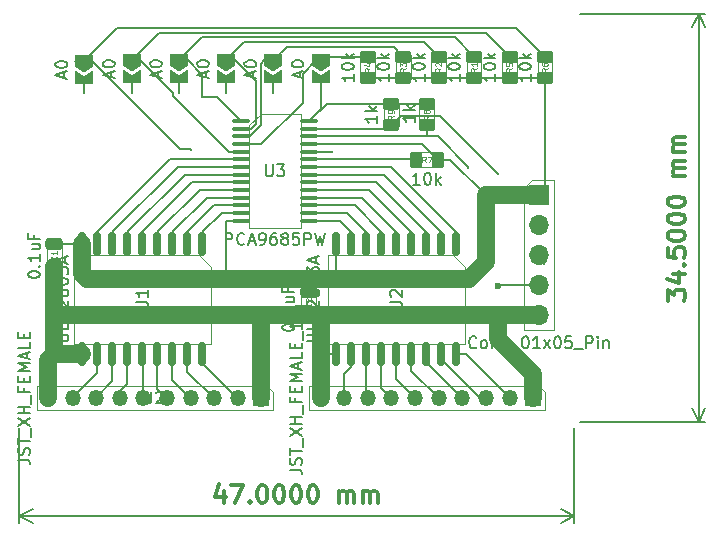
<source format=gbr>
%TF.GenerationSoftware,KiCad,Pcbnew,8.0.4*%
%TF.CreationDate,2024-10-01T17:05:48-05:00*%
%TF.ProjectId,Haptics PWM module,48617074-6963-4732-9050-574d206d6f64,rev?*%
%TF.SameCoordinates,Original*%
%TF.FileFunction,Copper,L1,Top*%
%TF.FilePolarity,Positive*%
%FSLAX46Y46*%
G04 Gerber Fmt 4.6, Leading zero omitted, Abs format (unit mm)*
G04 Created by KiCad (PCBNEW 8.0.4) date 2024-10-01 17:05:48*
%MOMM*%
%LPD*%
G01*
G04 APERTURE LIST*
G04 Aperture macros list*
%AMRoundRect*
0 Rectangle with rounded corners*
0 $1 Rounding radius*
0 $2 $3 $4 $5 $6 $7 $8 $9 X,Y pos of 4 corners*
0 Add a 4 corners polygon primitive as box body*
4,1,4,$2,$3,$4,$5,$6,$7,$8,$9,$2,$3,0*
0 Add four circle primitives for the rounded corners*
1,1,$1+$1,$2,$3*
1,1,$1+$1,$4,$5*
1,1,$1+$1,$6,$7*
1,1,$1+$1,$8,$9*
0 Add four rect primitives between the rounded corners*
20,1,$1+$1,$2,$3,$4,$5,0*
20,1,$1+$1,$4,$5,$6,$7,0*
20,1,$1+$1,$6,$7,$8,$9,0*
20,1,$1+$1,$8,$9,$2,$3,0*%
%AMFreePoly0*
4,1,6,1.000000,0.000000,0.500000,-0.750000,-0.500000,-0.750000,-0.500000,0.750000,0.500000,0.750000,1.000000,0.000000,1.000000,0.000000,$1*%
%AMFreePoly1*
4,1,6,0.500000,-0.750000,-0.650000,-0.750000,-0.150000,0.000000,-0.650000,0.750000,0.500000,0.750000,0.500000,-0.750000,0.500000,-0.750000,$1*%
G04 Aperture macros list end*
%ADD10C,0.300000*%
%TA.AperFunction,NonConductor*%
%ADD11C,0.300000*%
%TD*%
%TA.AperFunction,NonConductor*%
%ADD12C,0.200000*%
%TD*%
%TA.AperFunction,SMDPad,CuDef*%
%ADD13RoundRect,0.150000X-0.150000X0.875000X-0.150000X-0.875000X0.150000X-0.875000X0.150000X0.875000X0*%
%TD*%
%TA.AperFunction,SMDPad,CuDef*%
%ADD14RoundRect,0.250000X-0.450000X0.262500X-0.450000X-0.262500X0.450000X-0.262500X0.450000X0.262500X0*%
%TD*%
%TA.AperFunction,ComponentPad*%
%ADD15R,1.350000X1.350000*%
%TD*%
%TA.AperFunction,ComponentPad*%
%ADD16O,1.350000X1.350000*%
%TD*%
%TA.AperFunction,SMDPad,CuDef*%
%ADD17FreePoly0,270.000000*%
%TD*%
%TA.AperFunction,SMDPad,CuDef*%
%ADD18FreePoly1,270.000000*%
%TD*%
%TA.AperFunction,SMDPad,CuDef*%
%ADD19RoundRect,0.250000X-0.262500X-0.450000X0.262500X-0.450000X0.262500X0.450000X-0.262500X0.450000X0*%
%TD*%
%TA.AperFunction,SMDPad,CuDef*%
%ADD20RoundRect,0.250000X-0.475000X0.250000X-0.475000X-0.250000X0.475000X-0.250000X0.475000X0.250000X0*%
%TD*%
%TA.AperFunction,SMDPad,CuDef*%
%ADD21RoundRect,0.100000X-0.637500X-0.100000X0.637500X-0.100000X0.637500X0.100000X-0.637500X0.100000X0*%
%TD*%
%TA.AperFunction,ComponentPad*%
%ADD22R,1.700000X1.700000*%
%TD*%
%TA.AperFunction,ComponentPad*%
%ADD23O,1.700000X1.700000*%
%TD*%
%TA.AperFunction,ViaPad*%
%ADD24C,0.300000*%
%TD*%
%TA.AperFunction,ViaPad*%
%ADD25C,0.600000*%
%TD*%
%TA.AperFunction,Conductor*%
%ADD26C,0.200000*%
%TD*%
%TA.AperFunction,Conductor*%
%ADD27C,1.500000*%
%TD*%
%TA.AperFunction,Conductor*%
%ADD28C,1.490000*%
%TD*%
%ADD29C,0.150000*%
%ADD30C,0.080000*%
%ADD31C,0.100000*%
G04 APERTURE END LIST*
D10*
D11*
X97285716Y-152878328D02*
X97285716Y-153878328D01*
X96928573Y-152306900D02*
X96571430Y-153378328D01*
X96571430Y-153378328D02*
X97500001Y-153378328D01*
X97928572Y-152378328D02*
X98928572Y-152378328D01*
X98928572Y-152378328D02*
X98285715Y-153878328D01*
X99500000Y-153735471D02*
X99571429Y-153806900D01*
X99571429Y-153806900D02*
X99500000Y-153878328D01*
X99500000Y-153878328D02*
X99428572Y-153806900D01*
X99428572Y-153806900D02*
X99500000Y-153735471D01*
X99500000Y-153735471D02*
X99500000Y-153878328D01*
X100500001Y-152378328D02*
X100642858Y-152378328D01*
X100642858Y-152378328D02*
X100785715Y-152449757D01*
X100785715Y-152449757D02*
X100857144Y-152521185D01*
X100857144Y-152521185D02*
X100928572Y-152664042D01*
X100928572Y-152664042D02*
X101000001Y-152949757D01*
X101000001Y-152949757D02*
X101000001Y-153306900D01*
X101000001Y-153306900D02*
X100928572Y-153592614D01*
X100928572Y-153592614D02*
X100857144Y-153735471D01*
X100857144Y-153735471D02*
X100785715Y-153806900D01*
X100785715Y-153806900D02*
X100642858Y-153878328D01*
X100642858Y-153878328D02*
X100500001Y-153878328D01*
X100500001Y-153878328D02*
X100357144Y-153806900D01*
X100357144Y-153806900D02*
X100285715Y-153735471D01*
X100285715Y-153735471D02*
X100214286Y-153592614D01*
X100214286Y-153592614D02*
X100142858Y-153306900D01*
X100142858Y-153306900D02*
X100142858Y-152949757D01*
X100142858Y-152949757D02*
X100214286Y-152664042D01*
X100214286Y-152664042D02*
X100285715Y-152521185D01*
X100285715Y-152521185D02*
X100357144Y-152449757D01*
X100357144Y-152449757D02*
X100500001Y-152378328D01*
X101928572Y-152378328D02*
X102071429Y-152378328D01*
X102071429Y-152378328D02*
X102214286Y-152449757D01*
X102214286Y-152449757D02*
X102285715Y-152521185D01*
X102285715Y-152521185D02*
X102357143Y-152664042D01*
X102357143Y-152664042D02*
X102428572Y-152949757D01*
X102428572Y-152949757D02*
X102428572Y-153306900D01*
X102428572Y-153306900D02*
X102357143Y-153592614D01*
X102357143Y-153592614D02*
X102285715Y-153735471D01*
X102285715Y-153735471D02*
X102214286Y-153806900D01*
X102214286Y-153806900D02*
X102071429Y-153878328D01*
X102071429Y-153878328D02*
X101928572Y-153878328D01*
X101928572Y-153878328D02*
X101785715Y-153806900D01*
X101785715Y-153806900D02*
X101714286Y-153735471D01*
X101714286Y-153735471D02*
X101642857Y-153592614D01*
X101642857Y-153592614D02*
X101571429Y-153306900D01*
X101571429Y-153306900D02*
X101571429Y-152949757D01*
X101571429Y-152949757D02*
X101642857Y-152664042D01*
X101642857Y-152664042D02*
X101714286Y-152521185D01*
X101714286Y-152521185D02*
X101785715Y-152449757D01*
X101785715Y-152449757D02*
X101928572Y-152378328D01*
X103357143Y-152378328D02*
X103500000Y-152378328D01*
X103500000Y-152378328D02*
X103642857Y-152449757D01*
X103642857Y-152449757D02*
X103714286Y-152521185D01*
X103714286Y-152521185D02*
X103785714Y-152664042D01*
X103785714Y-152664042D02*
X103857143Y-152949757D01*
X103857143Y-152949757D02*
X103857143Y-153306900D01*
X103857143Y-153306900D02*
X103785714Y-153592614D01*
X103785714Y-153592614D02*
X103714286Y-153735471D01*
X103714286Y-153735471D02*
X103642857Y-153806900D01*
X103642857Y-153806900D02*
X103500000Y-153878328D01*
X103500000Y-153878328D02*
X103357143Y-153878328D01*
X103357143Y-153878328D02*
X103214286Y-153806900D01*
X103214286Y-153806900D02*
X103142857Y-153735471D01*
X103142857Y-153735471D02*
X103071428Y-153592614D01*
X103071428Y-153592614D02*
X103000000Y-153306900D01*
X103000000Y-153306900D02*
X103000000Y-152949757D01*
X103000000Y-152949757D02*
X103071428Y-152664042D01*
X103071428Y-152664042D02*
X103142857Y-152521185D01*
X103142857Y-152521185D02*
X103214286Y-152449757D01*
X103214286Y-152449757D02*
X103357143Y-152378328D01*
X104785714Y-152378328D02*
X104928571Y-152378328D01*
X104928571Y-152378328D02*
X105071428Y-152449757D01*
X105071428Y-152449757D02*
X105142857Y-152521185D01*
X105142857Y-152521185D02*
X105214285Y-152664042D01*
X105214285Y-152664042D02*
X105285714Y-152949757D01*
X105285714Y-152949757D02*
X105285714Y-153306900D01*
X105285714Y-153306900D02*
X105214285Y-153592614D01*
X105214285Y-153592614D02*
X105142857Y-153735471D01*
X105142857Y-153735471D02*
X105071428Y-153806900D01*
X105071428Y-153806900D02*
X104928571Y-153878328D01*
X104928571Y-153878328D02*
X104785714Y-153878328D01*
X104785714Y-153878328D02*
X104642857Y-153806900D01*
X104642857Y-153806900D02*
X104571428Y-153735471D01*
X104571428Y-153735471D02*
X104499999Y-153592614D01*
X104499999Y-153592614D02*
X104428571Y-153306900D01*
X104428571Y-153306900D02*
X104428571Y-152949757D01*
X104428571Y-152949757D02*
X104499999Y-152664042D01*
X104499999Y-152664042D02*
X104571428Y-152521185D01*
X104571428Y-152521185D02*
X104642857Y-152449757D01*
X104642857Y-152449757D02*
X104785714Y-152378328D01*
X107071427Y-153878328D02*
X107071427Y-152878328D01*
X107071427Y-153021185D02*
X107142856Y-152949757D01*
X107142856Y-152949757D02*
X107285713Y-152878328D01*
X107285713Y-152878328D02*
X107499999Y-152878328D01*
X107499999Y-152878328D02*
X107642856Y-152949757D01*
X107642856Y-152949757D02*
X107714285Y-153092614D01*
X107714285Y-153092614D02*
X107714285Y-153878328D01*
X107714285Y-153092614D02*
X107785713Y-152949757D01*
X107785713Y-152949757D02*
X107928570Y-152878328D01*
X107928570Y-152878328D02*
X108142856Y-152878328D01*
X108142856Y-152878328D02*
X108285713Y-152949757D01*
X108285713Y-152949757D02*
X108357142Y-153092614D01*
X108357142Y-153092614D02*
X108357142Y-153878328D01*
X109071427Y-153878328D02*
X109071427Y-152878328D01*
X109071427Y-153021185D02*
X109142856Y-152949757D01*
X109142856Y-152949757D02*
X109285713Y-152878328D01*
X109285713Y-152878328D02*
X109499999Y-152878328D01*
X109499999Y-152878328D02*
X109642856Y-152949757D01*
X109642856Y-152949757D02*
X109714285Y-153092614D01*
X109714285Y-153092614D02*
X109714285Y-153878328D01*
X109714285Y-153092614D02*
X109785713Y-152949757D01*
X109785713Y-152949757D02*
X109928570Y-152878328D01*
X109928570Y-152878328D02*
X110142856Y-152878328D01*
X110142856Y-152878328D02*
X110285713Y-152949757D01*
X110285713Y-152949757D02*
X110357142Y-153092614D01*
X110357142Y-153092614D02*
X110357142Y-153878328D01*
D12*
X127000000Y-147500000D02*
X127000000Y-155586420D01*
X80000000Y-147500000D02*
X80000000Y-155586420D01*
X127000000Y-155000000D02*
X80000000Y-155000000D01*
X127000000Y-155000000D02*
X80000000Y-155000000D01*
X127000000Y-155000000D02*
X125873496Y-155586421D01*
X127000000Y-155000000D02*
X125873496Y-154413579D01*
X80000000Y-155000000D02*
X81126504Y-154413579D01*
X80000000Y-155000000D02*
X81126504Y-155586421D01*
D10*
D11*
X134878328Y-136749998D02*
X134878328Y-135821426D01*
X134878328Y-135821426D02*
X135449757Y-136321426D01*
X135449757Y-136321426D02*
X135449757Y-136107141D01*
X135449757Y-136107141D02*
X135521185Y-135964284D01*
X135521185Y-135964284D02*
X135592614Y-135892855D01*
X135592614Y-135892855D02*
X135735471Y-135821426D01*
X135735471Y-135821426D02*
X136092614Y-135821426D01*
X136092614Y-135821426D02*
X136235471Y-135892855D01*
X136235471Y-135892855D02*
X136306900Y-135964284D01*
X136306900Y-135964284D02*
X136378328Y-136107141D01*
X136378328Y-136107141D02*
X136378328Y-136535712D01*
X136378328Y-136535712D02*
X136306900Y-136678569D01*
X136306900Y-136678569D02*
X136235471Y-136749998D01*
X135378328Y-134535713D02*
X136378328Y-134535713D01*
X134806900Y-134892855D02*
X135878328Y-135249998D01*
X135878328Y-135249998D02*
X135878328Y-134321427D01*
X136235471Y-133749999D02*
X136306900Y-133678570D01*
X136306900Y-133678570D02*
X136378328Y-133749999D01*
X136378328Y-133749999D02*
X136306900Y-133821427D01*
X136306900Y-133821427D02*
X136235471Y-133749999D01*
X136235471Y-133749999D02*
X136378328Y-133749999D01*
X134878328Y-132321427D02*
X134878328Y-133035713D01*
X134878328Y-133035713D02*
X135592614Y-133107141D01*
X135592614Y-133107141D02*
X135521185Y-133035713D01*
X135521185Y-133035713D02*
X135449757Y-132892856D01*
X135449757Y-132892856D02*
X135449757Y-132535713D01*
X135449757Y-132535713D02*
X135521185Y-132392856D01*
X135521185Y-132392856D02*
X135592614Y-132321427D01*
X135592614Y-132321427D02*
X135735471Y-132249998D01*
X135735471Y-132249998D02*
X136092614Y-132249998D01*
X136092614Y-132249998D02*
X136235471Y-132321427D01*
X136235471Y-132321427D02*
X136306900Y-132392856D01*
X136306900Y-132392856D02*
X136378328Y-132535713D01*
X136378328Y-132535713D02*
X136378328Y-132892856D01*
X136378328Y-132892856D02*
X136306900Y-133035713D01*
X136306900Y-133035713D02*
X136235471Y-133107141D01*
X134878328Y-131321427D02*
X134878328Y-131178570D01*
X134878328Y-131178570D02*
X134949757Y-131035713D01*
X134949757Y-131035713D02*
X135021185Y-130964285D01*
X135021185Y-130964285D02*
X135164042Y-130892856D01*
X135164042Y-130892856D02*
X135449757Y-130821427D01*
X135449757Y-130821427D02*
X135806900Y-130821427D01*
X135806900Y-130821427D02*
X136092614Y-130892856D01*
X136092614Y-130892856D02*
X136235471Y-130964285D01*
X136235471Y-130964285D02*
X136306900Y-131035713D01*
X136306900Y-131035713D02*
X136378328Y-131178570D01*
X136378328Y-131178570D02*
X136378328Y-131321427D01*
X136378328Y-131321427D02*
X136306900Y-131464285D01*
X136306900Y-131464285D02*
X136235471Y-131535713D01*
X136235471Y-131535713D02*
X136092614Y-131607142D01*
X136092614Y-131607142D02*
X135806900Y-131678570D01*
X135806900Y-131678570D02*
X135449757Y-131678570D01*
X135449757Y-131678570D02*
X135164042Y-131607142D01*
X135164042Y-131607142D02*
X135021185Y-131535713D01*
X135021185Y-131535713D02*
X134949757Y-131464285D01*
X134949757Y-131464285D02*
X134878328Y-131321427D01*
X134878328Y-129892856D02*
X134878328Y-129749999D01*
X134878328Y-129749999D02*
X134949757Y-129607142D01*
X134949757Y-129607142D02*
X135021185Y-129535714D01*
X135021185Y-129535714D02*
X135164042Y-129464285D01*
X135164042Y-129464285D02*
X135449757Y-129392856D01*
X135449757Y-129392856D02*
X135806900Y-129392856D01*
X135806900Y-129392856D02*
X136092614Y-129464285D01*
X136092614Y-129464285D02*
X136235471Y-129535714D01*
X136235471Y-129535714D02*
X136306900Y-129607142D01*
X136306900Y-129607142D02*
X136378328Y-129749999D01*
X136378328Y-129749999D02*
X136378328Y-129892856D01*
X136378328Y-129892856D02*
X136306900Y-130035714D01*
X136306900Y-130035714D02*
X136235471Y-130107142D01*
X136235471Y-130107142D02*
X136092614Y-130178571D01*
X136092614Y-130178571D02*
X135806900Y-130249999D01*
X135806900Y-130249999D02*
X135449757Y-130249999D01*
X135449757Y-130249999D02*
X135164042Y-130178571D01*
X135164042Y-130178571D02*
X135021185Y-130107142D01*
X135021185Y-130107142D02*
X134949757Y-130035714D01*
X134949757Y-130035714D02*
X134878328Y-129892856D01*
X134878328Y-128464285D02*
X134878328Y-128321428D01*
X134878328Y-128321428D02*
X134949757Y-128178571D01*
X134949757Y-128178571D02*
X135021185Y-128107143D01*
X135021185Y-128107143D02*
X135164042Y-128035714D01*
X135164042Y-128035714D02*
X135449757Y-127964285D01*
X135449757Y-127964285D02*
X135806900Y-127964285D01*
X135806900Y-127964285D02*
X136092614Y-128035714D01*
X136092614Y-128035714D02*
X136235471Y-128107143D01*
X136235471Y-128107143D02*
X136306900Y-128178571D01*
X136306900Y-128178571D02*
X136378328Y-128321428D01*
X136378328Y-128321428D02*
X136378328Y-128464285D01*
X136378328Y-128464285D02*
X136306900Y-128607143D01*
X136306900Y-128607143D02*
X136235471Y-128678571D01*
X136235471Y-128678571D02*
X136092614Y-128750000D01*
X136092614Y-128750000D02*
X135806900Y-128821428D01*
X135806900Y-128821428D02*
X135449757Y-128821428D01*
X135449757Y-128821428D02*
X135164042Y-128750000D01*
X135164042Y-128750000D02*
X135021185Y-128678571D01*
X135021185Y-128678571D02*
X134949757Y-128607143D01*
X134949757Y-128607143D02*
X134878328Y-128464285D01*
X136378328Y-126178572D02*
X135378328Y-126178572D01*
X135521185Y-126178572D02*
X135449757Y-126107143D01*
X135449757Y-126107143D02*
X135378328Y-125964286D01*
X135378328Y-125964286D02*
X135378328Y-125750000D01*
X135378328Y-125750000D02*
X135449757Y-125607143D01*
X135449757Y-125607143D02*
X135592614Y-125535715D01*
X135592614Y-125535715D02*
X136378328Y-125535715D01*
X135592614Y-125535715D02*
X135449757Y-125464286D01*
X135449757Y-125464286D02*
X135378328Y-125321429D01*
X135378328Y-125321429D02*
X135378328Y-125107143D01*
X135378328Y-125107143D02*
X135449757Y-124964286D01*
X135449757Y-124964286D02*
X135592614Y-124892857D01*
X135592614Y-124892857D02*
X136378328Y-124892857D01*
X136378328Y-124178572D02*
X135378328Y-124178572D01*
X135521185Y-124178572D02*
X135449757Y-124107143D01*
X135449757Y-124107143D02*
X135378328Y-123964286D01*
X135378328Y-123964286D02*
X135378328Y-123750000D01*
X135378328Y-123750000D02*
X135449757Y-123607143D01*
X135449757Y-123607143D02*
X135592614Y-123535715D01*
X135592614Y-123535715D02*
X136378328Y-123535715D01*
X135592614Y-123535715D02*
X135449757Y-123464286D01*
X135449757Y-123464286D02*
X135378328Y-123321429D01*
X135378328Y-123321429D02*
X135378328Y-123107143D01*
X135378328Y-123107143D02*
X135449757Y-122964286D01*
X135449757Y-122964286D02*
X135592614Y-122892857D01*
X135592614Y-122892857D02*
X136378328Y-122892857D01*
D12*
X127500000Y-147000000D02*
X138086420Y-147000000D01*
X127500000Y-112500000D02*
X138086420Y-112500000D01*
X137500000Y-147000000D02*
X137500000Y-112500000D01*
X137500000Y-147000000D02*
X137500000Y-112500000D01*
X137500000Y-147000000D02*
X136913579Y-145873496D01*
X137500000Y-147000000D02*
X138086421Y-145873496D01*
X137500000Y-112500000D02*
X138086421Y-113626504D01*
X137500000Y-112500000D02*
X136913579Y-113626504D01*
D13*
%TO.P,U1,1,I1*%
%TO.N,/Signal7*%
X95500000Y-132000000D03*
%TO.P,U1,2,I2*%
%TO.N,/Signal6*%
X94230000Y-132000000D03*
%TO.P,U1,3,I3*%
%TO.N,/Signal5*%
X92960000Y-132000000D03*
%TO.P,U1,4,I4*%
%TO.N,/Signal4*%
X91690000Y-132000000D03*
%TO.P,U1,5,I5*%
%TO.N,/Signal3*%
X90420000Y-132000000D03*
%TO.P,U1,6,I6*%
%TO.N,/Signal2*%
X89150000Y-132000000D03*
%TO.P,U1,7,I7*%
%TO.N,/Signal1*%
X87880000Y-132000000D03*
%TO.P,U1,8,I8*%
%TO.N,/Signal0*%
X86610000Y-132000000D03*
%TO.P,U1,9,GND*%
%TO.N,MCU_GND*%
X85340000Y-132000000D03*
%TO.P,U1,10,COM*%
%TO.N,MCU_5V+*%
X85340000Y-141300000D03*
%TO.P,U1,11,O8*%
%TO.N,/M0*%
X86610000Y-141300000D03*
%TO.P,U1,12,O7*%
%TO.N,/M1*%
X87880000Y-141300000D03*
%TO.P,U1,13,O6*%
%TO.N,/M2*%
X89150000Y-141300000D03*
%TO.P,U1,14,O5*%
%TO.N,/M3*%
X90420000Y-141300000D03*
%TO.P,U1,15,O4*%
%TO.N,/M4*%
X91690000Y-141300000D03*
%TO.P,U1,16,O3*%
%TO.N,/M5*%
X92960000Y-141300000D03*
%TO.P,U1,17,O2*%
%TO.N,/M6*%
X94230000Y-141300000D03*
%TO.P,U1,18,O1*%
%TO.N,/M7*%
X95500000Y-141300000D03*
%TD*%
D14*
%TO.P,R9,1*%
%TO.N,MCU_3V3+*%
X111500000Y-120087500D03*
%TO.P,R9,2*%
%TO.N,MCU_SDA*%
X111500000Y-121912500D03*
%TD*%
D15*
%TO.P,J3,1,Pin_1*%
%TO.N,MCU_5V+*%
X123500000Y-145000000D03*
D16*
%TO.P,J3,2,Pin_2*%
%TO.N,/M15*%
X121500000Y-145000000D03*
%TO.P,J3,3,Pin_3*%
%TO.N,/M14*%
X119500000Y-145000000D03*
%TO.P,J3,4,Pin_4*%
%TO.N,/M13*%
X117500000Y-145000000D03*
%TO.P,J3,5,Pin_5*%
%TO.N,/M12*%
X115500000Y-145000000D03*
%TO.P,J3,6,Pin_6*%
%TO.N,/M11*%
X113500000Y-145000000D03*
%TO.P,J3,7,Pin_7*%
%TO.N,/M10*%
X111500000Y-145000000D03*
%TO.P,J3,8,Pin_8*%
%TO.N,/M9*%
X109500000Y-145000000D03*
%TO.P,J3,9,Pin_9*%
%TO.N,/M8*%
X107500000Y-145000000D03*
%TO.P,J3,10,Pin_10*%
%TO.N,MCU_5V+*%
X105500000Y-145000000D03*
%TD*%
D14*
%TO.P,R5,1*%
%TO.N,Net-(A4-A)*%
X121500000Y-116087500D03*
%TO.P,R5,2*%
%TO.N,MCU_GND*%
X121500000Y-117912500D03*
%TD*%
D17*
%TO.P,A2,1,A*%
%TO.N,Net-(A2-A)*%
X97500000Y-116412500D03*
D18*
%TO.P,A2,2,B*%
%TO.N,MCU_3V3+*%
X97500000Y-117862500D03*
%TD*%
D17*
%TO.P,A0,1,A*%
%TO.N,Net-(A0-A)*%
X105500000Y-116412500D03*
D18*
%TO.P,A0,2,B*%
%TO.N,MCU_3V3+*%
X105500000Y-117862500D03*
%TD*%
D14*
%TO.P,R4,1*%
%TO.N,Net-(A0-A)*%
X109500000Y-116087500D03*
%TO.P,R4,2*%
%TO.N,MCU_GND*%
X109500000Y-117912500D03*
%TD*%
D19*
%TO.P,R7,1*%
%TO.N,Net-(U3-~{OE})*%
X113585815Y-124830109D03*
%TO.P,R7,2*%
%TO.N,MCU_GND*%
X115410815Y-124830109D03*
%TD*%
D14*
%TO.P,R6,1*%
%TO.N,Net-(A5-A)*%
X124500000Y-116087500D03*
%TO.P,R6,2*%
%TO.N,MCU_GND*%
X124500000Y-117912500D03*
%TD*%
D17*
%TO.P,A5,1,A*%
%TO.N,Net-(A5-A)*%
X85500000Y-116462500D03*
D18*
%TO.P,A5,2,B*%
%TO.N,MCU_3V3+*%
X85500000Y-117912500D03*
%TD*%
D15*
%TO.P,J2,1,Pin_1*%
%TO.N,MCU_5V+*%
X100500000Y-145000000D03*
D16*
%TO.P,J2,2,Pin_2*%
%TO.N,/M7*%
X98500000Y-145000000D03*
%TO.P,J2,3,Pin_3*%
%TO.N,/M6*%
X96500000Y-145000000D03*
%TO.P,J2,4,Pin_4*%
%TO.N,/M5*%
X94500000Y-145000000D03*
%TO.P,J2,5,Pin_5*%
%TO.N,/M4*%
X92500000Y-145000000D03*
%TO.P,J2,6,Pin_6*%
%TO.N,/M3*%
X90500000Y-145000000D03*
%TO.P,J2,7,Pin_7*%
%TO.N,/M2*%
X88500000Y-145000000D03*
%TO.P,J2,8,Pin_8*%
%TO.N,/M1*%
X86500000Y-145000000D03*
%TO.P,J2,9,Pin_9*%
%TO.N,/M0*%
X84500000Y-145000000D03*
%TO.P,J2,10,Pin_10*%
%TO.N,MCU_5V+*%
X82500000Y-145000000D03*
%TD*%
D14*
%TO.P,R2,1*%
%TO.N,Net-(A2-A)*%
X115500000Y-116087500D03*
%TO.P,R2,2*%
%TO.N,MCU_GND*%
X115500000Y-117912500D03*
%TD*%
D20*
%TO.P,C1,1*%
%TO.N,MCU_GND*%
X82960000Y-132000000D03*
%TO.P,C1,2*%
%TO.N,MCU_5V+*%
X82960000Y-133900000D03*
%TD*%
D14*
%TO.P,R1,1*%
%TO.N,Net-(A3-A)*%
X118500000Y-116087500D03*
%TO.P,R1,2*%
%TO.N,MCU_GND*%
X118500000Y-117912500D03*
%TD*%
D17*
%TO.P,A1,1,A*%
%TO.N,Net-(A1-A)*%
X101500000Y-116412500D03*
D18*
%TO.P,A1,2,B*%
%TO.N,MCU_3V3+*%
X101500000Y-117862500D03*
%TD*%
D14*
%TO.P,R8,1*%
%TO.N,MCU_3V3+*%
X114500000Y-120087500D03*
%TO.P,R8,2*%
%TO.N,MCU_SCL*%
X114500000Y-121912500D03*
%TD*%
D21*
%TO.P,U3,1,A0*%
%TO.N,Net-(A3-A)*%
X98775000Y-121550000D03*
%TO.P,U3,2,A1*%
%TO.N,Net-(A2-A)*%
X98775000Y-122200000D03*
%TO.P,U3,3,A2*%
%TO.N,Net-(A1-A)*%
X98775000Y-122850000D03*
%TO.P,U3,4,A3*%
%TO.N,Net-(A0-A)*%
X98775000Y-123500000D03*
%TO.P,U3,5,A4*%
%TO.N,Net-(A4-A)*%
X98775000Y-124150000D03*
%TO.P,U3,6,LED0*%
%TO.N,/Signal0*%
X98775000Y-124800000D03*
%TO.P,U3,7,LED1*%
%TO.N,/Signal1*%
X98775000Y-125450000D03*
%TO.P,U3,8,LED2*%
%TO.N,/Signal2*%
X98775000Y-126100000D03*
%TO.P,U3,9,LED3*%
%TO.N,/Signal3*%
X98775000Y-126750000D03*
%TO.P,U3,10,LED4*%
%TO.N,/Signal4*%
X98775000Y-127400000D03*
%TO.P,U3,11,LED5*%
%TO.N,/Signal5*%
X98775000Y-128050000D03*
%TO.P,U3,12,LED6*%
%TO.N,/Signal6*%
X98775000Y-128700000D03*
%TO.P,U3,13,LED7*%
%TO.N,/Signal7*%
X98775000Y-129350000D03*
%TO.P,U3,14,VSS*%
%TO.N,MCU_GND*%
X98775000Y-130000000D03*
%TO.P,U3,15,LED8*%
%TO.N,/Signal8*%
X104500000Y-130000000D03*
%TO.P,U3,16,LED9*%
%TO.N,/Signal9*%
X104500000Y-129350000D03*
%TO.P,U3,17,LED10*%
%TO.N,/Signal10*%
X104500000Y-128700000D03*
%TO.P,U3,18,LED11*%
%TO.N,/Signal11*%
X104500000Y-128050000D03*
%TO.P,U3,19,LED12*%
%TO.N,/Signal12*%
X104500000Y-127400000D03*
%TO.P,U3,20,LED13*%
%TO.N,/Signal13*%
X104500000Y-126750000D03*
%TO.P,U3,21,LED14*%
%TO.N,/Signal14*%
X104500000Y-126100000D03*
%TO.P,U3,22,LED15*%
%TO.N,/Signal15*%
X104500000Y-125450000D03*
%TO.P,U3,23,~{OE}*%
%TO.N,Net-(U3-~{OE})*%
X104500000Y-124800000D03*
%TO.P,U3,24,A5*%
%TO.N,Net-(A5-A)*%
X104500000Y-124150000D03*
%TO.P,U3,25,EXTCLK*%
%TO.N,MCU_GND*%
X104500000Y-123500000D03*
%TO.P,U3,26,SCL*%
%TO.N,MCU_SCL*%
X104500000Y-122850000D03*
%TO.P,U3,27,SDA*%
%TO.N,MCU_SDA*%
X104500000Y-122200000D03*
%TO.P,U3,28,VDD*%
%TO.N,MCU_3V3+*%
X104500000Y-121550000D03*
%TD*%
D14*
%TO.P,R3,1*%
%TO.N,Net-(A1-A)*%
X112500000Y-116087500D03*
%TO.P,R3,2*%
%TO.N,MCU_GND*%
X112500000Y-117912500D03*
%TD*%
D13*
%TO.P,U2,1,I1*%
%TO.N,/Signal15*%
X117000000Y-132000000D03*
%TO.P,U2,2,I2*%
%TO.N,/Signal14*%
X115730000Y-132000000D03*
%TO.P,U2,3,I3*%
%TO.N,/Signal13*%
X114460000Y-132000000D03*
%TO.P,U2,4,I4*%
%TO.N,/Signal12*%
X113190000Y-132000000D03*
%TO.P,U2,5,I5*%
%TO.N,/Signal11*%
X111920000Y-132000000D03*
%TO.P,U2,6,I6*%
%TO.N,/Signal10*%
X110650000Y-132000000D03*
%TO.P,U2,7,I7*%
%TO.N,/Signal9*%
X109380000Y-132000000D03*
%TO.P,U2,8,I8*%
%TO.N,/Signal8*%
X108110000Y-132000000D03*
%TO.P,U2,9,GND*%
%TO.N,MCU_GND*%
X106840000Y-132000000D03*
%TO.P,U2,10,COM*%
%TO.N,MCU_5V+*%
X106840000Y-141300000D03*
%TO.P,U2,11,O8*%
%TO.N,/M8*%
X108110000Y-141300000D03*
%TO.P,U2,12,O7*%
%TO.N,/M9*%
X109380000Y-141300000D03*
%TO.P,U2,13,O6*%
%TO.N,/M10*%
X110650000Y-141300000D03*
%TO.P,U2,14,O5*%
%TO.N,/M11*%
X111920000Y-141300000D03*
%TO.P,U2,15,O4*%
%TO.N,/M12*%
X113190000Y-141300000D03*
%TO.P,U2,16,O3*%
%TO.N,/M13*%
X114460000Y-141300000D03*
%TO.P,U2,17,O2*%
%TO.N,/M14*%
X115730000Y-141300000D03*
%TO.P,U2,18,O1*%
%TO.N,/M15*%
X117000000Y-141300000D03*
%TD*%
D17*
%TO.P,A3,1,A*%
%TO.N,Net-(A3-A)*%
X93500000Y-116412500D03*
D18*
%TO.P,A3,2,B*%
%TO.N,MCU_3V3+*%
X93500000Y-117862500D03*
%TD*%
D20*
%TO.P,C2,1*%
%TO.N,MCU_GND*%
X104500000Y-136000000D03*
%TO.P,C2,2*%
%TO.N,MCU_5V+*%
X104500000Y-137900000D03*
%TD*%
D22*
%TO.P,J1,1,Pin_1*%
%TO.N,MCU_GND*%
X124000000Y-127840000D03*
D23*
%TO.P,J1,2,Pin_2*%
%TO.N,MCU_SDA*%
X124000000Y-130380000D03*
%TO.P,J1,3,Pin_3*%
%TO.N,MCU_SCL*%
X124000000Y-132920000D03*
%TO.P,J1,4,Pin_4*%
%TO.N,MCU_3V3+*%
X124000000Y-135460000D03*
%TO.P,J1,5,Pin_5*%
%TO.N,MCU_5V+*%
X124000000Y-138000000D03*
%TD*%
D17*
%TO.P,A4,1,A*%
%TO.N,Net-(A4-A)*%
X89500000Y-116412500D03*
D18*
%TO.P,A4,2,B*%
%TO.N,MCU_3V3+*%
X89500000Y-117862500D03*
%TD*%
D24*
%TO.N,MCU_SCL*%
X118000000Y-125500000D03*
%TO.N,MCU_3V3+*%
X97500000Y-119187500D03*
X105500000Y-119187500D03*
X85500000Y-119187500D03*
D25*
X120500000Y-135500000D03*
D24*
X89500000Y-119187500D03*
X101500000Y-119187500D03*
X93500000Y-119187500D03*
%TO.N,MCU_SDA*%
X120500000Y-126000000D03*
%TO.N,Net-(A5-A)*%
X94500000Y-124000000D03*
X106500000Y-124150000D03*
%TD*%
D26*
%TO.N,MCU_GND*%
X97500000Y-130000000D02*
X97500000Y-134920000D01*
D27*
X119511043Y-127840000D02*
X124000000Y-127840000D01*
D26*
X116479066Y-124830109D02*
X119500000Y-127851043D01*
X118500000Y-117912500D02*
X121500000Y-117912500D01*
X119500000Y-127851043D02*
X119511043Y-127840000D01*
X112500000Y-117912500D02*
X115500000Y-117912500D01*
X118500000Y-117912500D02*
X115500000Y-117912500D01*
X124500000Y-117912500D02*
X124500000Y-127340000D01*
D27*
X103500000Y-134920000D02*
X97500000Y-134920000D01*
D26*
X106840000Y-134760000D02*
X107000000Y-134920000D01*
X106840000Y-132700000D02*
X106840000Y-131340000D01*
X109500000Y-117912500D02*
X112500000Y-117912500D01*
D27*
X119500000Y-133500000D02*
X119500000Y-127851043D01*
D26*
X124500000Y-117912500D02*
X121500000Y-117912500D01*
D27*
X85340000Y-134500000D02*
X85760000Y-134920000D01*
D26*
X82960000Y-132000000D02*
X85340000Y-132000000D01*
D27*
X118080000Y-134920000D02*
X119500000Y-133500000D01*
X107000000Y-134920000D02*
X118080000Y-134920000D01*
X107000000Y-134920000D02*
X103500000Y-134920000D01*
D26*
X115410815Y-124830109D02*
X116479066Y-124830109D01*
D27*
X85340000Y-132000000D02*
X85340000Y-134500000D01*
D26*
X104500000Y-136000000D02*
X104500000Y-134920000D01*
X106840000Y-132000000D02*
X106840000Y-134760000D01*
X124500000Y-127340000D02*
X124000000Y-127840000D01*
X114080706Y-123500000D02*
X115410815Y-124830109D01*
D27*
X85760000Y-134920000D02*
X97500000Y-134920000D01*
D26*
X104500000Y-123500000D02*
X114080706Y-123500000D01*
X98775000Y-130000000D02*
X97500000Y-130000000D01*
D28*
%TO.N,MCU_5V+*%
X100460000Y-138000000D02*
X100460000Y-145000000D01*
X120000000Y-138000000D02*
X120500000Y-138000000D01*
X103600000Y-137900000D02*
X104500000Y-137900000D01*
D26*
X106840000Y-141300000D02*
X105700000Y-141300000D01*
D28*
X105500000Y-145000000D02*
X105500000Y-141500000D01*
X100460000Y-138000000D02*
X103500000Y-138000000D01*
X105500000Y-138000000D02*
X120000000Y-138000000D01*
X82460000Y-141800000D02*
X82960000Y-141300000D01*
X82960000Y-138000000D02*
X82960000Y-141300000D01*
D26*
X105700000Y-141300000D02*
X105500000Y-141500000D01*
D28*
X123500000Y-143000000D02*
X123500000Y-145000000D01*
X85340000Y-141300000D02*
X82960000Y-141300000D01*
X120500000Y-140000000D02*
X120500000Y-138000000D01*
D26*
X103500000Y-138000000D02*
X103600000Y-137900000D01*
D28*
X104000000Y-138000000D02*
X105500000Y-138000000D01*
X82460000Y-145000000D02*
X82460000Y-141800000D01*
X123500000Y-143000000D02*
X120500000Y-140000000D01*
X82960000Y-138000000D02*
X100460000Y-138000000D01*
X105500000Y-141500000D02*
X105500000Y-138000000D01*
X120500000Y-138000000D02*
X124000000Y-138000000D01*
D26*
X104500000Y-138000000D02*
X105000000Y-138000000D01*
D28*
X82960000Y-133900000D02*
X82960000Y-138000000D01*
D26*
%TO.N,MCU_SCL*%
X118000000Y-125500000D02*
X118000000Y-125412500D01*
X115437500Y-122850000D02*
X114500000Y-122850000D01*
X104500000Y-122850000D02*
X114500000Y-122850000D01*
X114500000Y-122850000D02*
X114500000Y-121912500D01*
X118000000Y-125412500D02*
X115437500Y-122850000D01*
%TO.N,MCU_3V3+*%
X124000000Y-135460000D02*
X120540000Y-135460000D01*
X120540000Y-135460000D02*
X120500000Y-135500000D01*
X104500000Y-121550000D02*
X104550000Y-121550000D01*
X105500000Y-119000000D02*
X105500000Y-119187500D01*
X101500000Y-119137500D02*
X101500000Y-117862500D01*
X111500000Y-120087500D02*
X114500000Y-120087500D01*
X93500000Y-117862500D02*
X93500000Y-119137500D01*
X106012500Y-120087500D02*
X111500000Y-120087500D01*
X104550000Y-121550000D02*
X106012500Y-120087500D01*
X105500000Y-119000000D02*
X105500000Y-120550000D01*
X105500000Y-120550000D02*
X104500000Y-121550000D01*
X97500000Y-117862500D02*
X97500000Y-119137500D01*
X105500000Y-117862500D02*
X105500000Y-119000000D01*
X85500000Y-117912500D02*
X85500000Y-119187500D01*
X89500000Y-117862500D02*
X89500000Y-119137500D01*
%TO.N,MCU_SDA*%
X111500000Y-121912500D02*
X112312500Y-121100000D01*
X112312500Y-121100000D02*
X115600000Y-121100000D01*
X111212500Y-122200000D02*
X111500000Y-121912500D01*
X104500000Y-122200000D02*
X111212500Y-122200000D01*
X115600000Y-121100000D02*
X120500000Y-126000000D01*
%TO.N,/M0*%
X86610000Y-142850000D02*
X86610000Y-141300000D01*
X84460000Y-145000000D02*
X86610000Y-142850000D01*
%TO.N,/M2*%
X89150000Y-143810000D02*
X89150000Y-141300000D01*
X88460000Y-145000000D02*
X88460000Y-144500000D01*
X88460000Y-144500000D02*
X89150000Y-143810000D01*
%TO.N,/M3*%
X90460000Y-141340000D02*
X90420000Y-141300000D01*
X90460000Y-145000000D02*
X90460000Y-141340000D01*
%TO.N,/M1*%
X86460000Y-145000000D02*
X87880000Y-143580000D01*
X87880000Y-143580000D02*
X87880000Y-141300000D01*
%TO.N,/M10*%
X110650000Y-144150000D02*
X111500000Y-145000000D01*
X110650000Y-141300000D02*
X110650000Y-144150000D01*
%TO.N,/M11*%
X111920000Y-143420000D02*
X113500000Y-145000000D01*
X111920000Y-141300000D02*
X111920000Y-143420000D01*
%TO.N,/M9*%
X109380000Y-141300000D02*
X109380000Y-144880000D01*
X109380000Y-144880000D02*
X109500000Y-145000000D01*
%TO.N,/M8*%
X108110000Y-142390000D02*
X107500000Y-143000000D01*
X108110000Y-141300000D02*
X108110000Y-142390000D01*
X107500000Y-143000000D02*
X107500000Y-145000000D01*
%TO.N,Net-(U3-~{OE})*%
X104500000Y-124800000D02*
X113555706Y-124800000D01*
X113555706Y-124800000D02*
X113585815Y-124830109D01*
%TO.N,/M5*%
X92960000Y-143500000D02*
X92960000Y-141300000D01*
X94460000Y-145000000D02*
X92960000Y-143500000D01*
%TO.N,/M4*%
X91690000Y-144230000D02*
X91690000Y-141300000D01*
X92460000Y-145000000D02*
X91690000Y-144230000D01*
%TO.N,/Signal3*%
X98775000Y-126750000D02*
X94645001Y-126750000D01*
X94645001Y-126750000D02*
X90420000Y-130975001D01*
X90420000Y-130975001D02*
X90420000Y-132000000D01*
%TO.N,/M6*%
X96460000Y-145000000D02*
X94230000Y-142770000D01*
X94230000Y-142770000D02*
X94230000Y-141300000D01*
%TO.N,/Signal5*%
X95885001Y-128050000D02*
X92960000Y-130975001D01*
X92960000Y-130975001D02*
X92960000Y-132000000D01*
X98775000Y-128050000D02*
X95885001Y-128050000D01*
%TO.N,/Signal6*%
X96505001Y-128700000D02*
X94230000Y-130975001D01*
X94230000Y-130975001D02*
X94230000Y-132000000D01*
X98775000Y-128700000D02*
X96505001Y-128700000D01*
%TO.N,/Signal1*%
X98775000Y-125450000D02*
X93405001Y-125450000D01*
X87880000Y-130975001D02*
X87880000Y-132000000D01*
X93405001Y-125450000D02*
X87880000Y-130975001D01*
%TO.N,/Signal4*%
X98775000Y-127400000D02*
X95265001Y-127400000D01*
X91690000Y-130975001D02*
X91690000Y-132000000D01*
X95265001Y-127400000D02*
X91690000Y-130975001D01*
%TO.N,/Signal2*%
X98775000Y-126100000D02*
X94025001Y-126100000D01*
X89150000Y-130975001D02*
X89150000Y-132000000D01*
X94025001Y-126100000D02*
X89150000Y-130975001D01*
%TO.N,/Signal7*%
X95500000Y-130975001D02*
X95500000Y-132000000D01*
X97125001Y-129350000D02*
X95500000Y-130975001D01*
X98775000Y-129350000D02*
X97125001Y-129350000D01*
%TO.N,/Signal0*%
X86610000Y-130975001D02*
X86610000Y-132000000D01*
X92785001Y-124800000D02*
X86610000Y-130975001D01*
X98775000Y-124800000D02*
X92785001Y-124800000D01*
%TO.N,/M7*%
X95500000Y-142040000D02*
X95500000Y-141300000D01*
X98460000Y-145000000D02*
X95500000Y-142040000D01*
%TO.N,/M13*%
X114460000Y-141300000D02*
X114460000Y-141960000D01*
X114460000Y-141960000D02*
X117500000Y-145000000D01*
%TO.N,/Signal9*%
X109380000Y-130975001D02*
X109380000Y-132000000D01*
X107754999Y-129350000D02*
X109380000Y-130975001D01*
X104500000Y-129350000D02*
X107754999Y-129350000D01*
%TO.N,/Signal14*%
X115730000Y-130975001D02*
X110854999Y-126100000D01*
X115730000Y-132000000D02*
X115730000Y-130975001D01*
X110854999Y-126100000D02*
X104500000Y-126100000D01*
%TO.N,/Signal12*%
X109614999Y-127400000D02*
X113190000Y-130975001D01*
X104500000Y-127400000D02*
X109614999Y-127400000D01*
X113190000Y-130975001D02*
X113190000Y-132000000D01*
%TO.N,/Signal11*%
X104500000Y-128050000D02*
X108994999Y-128050000D01*
X108994999Y-128050000D02*
X111920000Y-130975001D01*
X111920000Y-130975001D02*
X111920000Y-132000000D01*
%TO.N,/Signal13*%
X110234999Y-126750000D02*
X114460000Y-130975001D01*
X104500000Y-126750000D02*
X110234999Y-126750000D01*
X114460000Y-130975001D02*
X114460000Y-132000000D01*
%TO.N,/Signal10*%
X108374999Y-128700000D02*
X110650000Y-130975001D01*
X104500000Y-128700000D02*
X108374999Y-128700000D01*
X110650000Y-130975001D02*
X110650000Y-132000000D01*
%TO.N,/M15*%
X117000000Y-141300000D02*
X117800000Y-141300000D01*
X117800000Y-141300000D02*
X121500000Y-145000000D01*
%TO.N,/M12*%
X113190000Y-142690000D02*
X115500000Y-145000000D01*
X113190000Y-141300000D02*
X113190000Y-142690000D01*
%TO.N,/Signal15*%
X117000000Y-132000000D02*
X117000000Y-130975001D01*
X111474999Y-125450000D02*
X104500000Y-125450000D01*
X117000000Y-130975001D02*
X111474999Y-125450000D01*
%TO.N,/M14*%
X115730000Y-141695552D02*
X119034448Y-145000000D01*
X115730000Y-141300000D02*
X115730000Y-141695552D01*
X119034448Y-145000000D02*
X119500000Y-145000000D01*
%TO.N,/Signal8*%
X104500000Y-130000000D02*
X107134999Y-130000000D01*
X108110000Y-130975001D02*
X108110000Y-132000000D01*
X107134999Y-130000000D02*
X108110000Y-130975001D01*
%TO.N,Net-(A0-A)*%
X105118664Y-116412500D02*
X104000000Y-117531164D01*
X105500000Y-116412500D02*
X105118664Y-116412500D01*
X104000000Y-120000000D02*
X100500000Y-123500000D01*
X100500000Y-123500000D02*
X98775000Y-123500000D01*
X105825000Y-116087500D02*
X105500000Y-116412500D01*
X104000000Y-117531164D02*
X104000000Y-120000000D01*
X109500000Y-116087500D02*
X105825000Y-116087500D01*
%TO.N,Net-(A1-A)*%
X99512499Y-122850000D02*
X98775000Y-122850000D01*
X111687500Y-115275000D02*
X102637500Y-115275000D01*
X112500000Y-116087500D02*
X111687500Y-115275000D01*
X101500000Y-116412500D02*
X100745000Y-116412500D01*
X100500000Y-121862499D02*
X99512499Y-122850000D01*
X100445000Y-118488836D02*
X100500000Y-118543836D01*
X100445000Y-116712500D02*
X100445000Y-118488836D01*
X102637500Y-115275000D02*
X101500000Y-116412500D01*
X100745000Y-116412500D02*
X100445000Y-116712500D01*
X100500000Y-118543836D02*
X100500000Y-121862499D01*
%TO.N,Net-(A2-A)*%
X100000000Y-118157500D02*
X100000000Y-121796813D01*
X98255000Y-116412500D02*
X100000000Y-118157500D01*
X114287500Y-114875000D02*
X99037500Y-114875000D01*
X99596813Y-122200000D02*
X98775000Y-122200000D01*
X115500000Y-116087500D02*
X114287500Y-114875000D01*
X97500000Y-116412500D02*
X98255000Y-116412500D01*
X99037500Y-114875000D02*
X97500000Y-116412500D01*
X100000000Y-121796813D02*
X99596813Y-122200000D01*
%TO.N,Net-(A3-A)*%
X95437500Y-114475000D02*
X93500000Y-116412500D01*
X116887500Y-114475000D02*
X95437500Y-114475000D01*
X118500000Y-116087500D02*
X116887500Y-114475000D01*
X95500000Y-119500000D02*
X96725000Y-119500000D01*
X93500000Y-116412500D02*
X94255000Y-116412500D01*
X94255000Y-116412500D02*
X95500000Y-117657500D01*
X96725000Y-119500000D02*
X98775000Y-121550000D01*
X95500000Y-117657500D02*
X95500000Y-119500000D01*
%TO.N,Net-(A4-A)*%
X121500000Y-116087500D02*
X119487500Y-114075000D01*
X93000000Y-119400000D02*
X97750000Y-124150000D01*
X89500000Y-116412500D02*
X90255000Y-116412500D01*
X119487500Y-114075000D02*
X91837500Y-114075000D01*
X93000000Y-119157500D02*
X93000000Y-119400000D01*
X97750000Y-124150000D02*
X98775000Y-124150000D01*
X91837500Y-114075000D02*
X89500000Y-116412500D01*
X90255000Y-116412500D02*
X93000000Y-119157500D01*
%TO.N,Net-(A5-A)*%
X88287500Y-113675000D02*
X85500000Y-116462500D01*
X104500000Y-124150000D02*
X106500000Y-124150000D01*
X93588052Y-123911948D02*
X94411948Y-123911948D01*
X85500000Y-116462500D02*
X84745000Y-116462500D01*
X84745000Y-116462500D02*
X86138603Y-116462500D01*
X122087500Y-113675000D02*
X88287500Y-113675000D01*
X94411948Y-123911948D02*
X94500000Y-124000000D01*
X124500000Y-116087500D02*
X122087500Y-113675000D01*
X86138603Y-116462500D02*
X93588052Y-123911948D01*
%TD*%
D29*
X83154819Y-140197618D02*
X83964342Y-140197618D01*
X83964342Y-140197618D02*
X84059580Y-140149999D01*
X84059580Y-140149999D02*
X84107200Y-140102380D01*
X84107200Y-140102380D02*
X84154819Y-140007142D01*
X84154819Y-140007142D02*
X84154819Y-139816666D01*
X84154819Y-139816666D02*
X84107200Y-139721428D01*
X84107200Y-139721428D02*
X84059580Y-139673809D01*
X84059580Y-139673809D02*
X83964342Y-139626190D01*
X83964342Y-139626190D02*
X83154819Y-139626190D01*
X84154819Y-138673809D02*
X84154819Y-139149999D01*
X84154819Y-139149999D02*
X83154819Y-139149999D01*
X84154819Y-138340475D02*
X83154819Y-138340475D01*
X83154819Y-138340475D02*
X84154819Y-137769047D01*
X84154819Y-137769047D02*
X83154819Y-137769047D01*
X83250057Y-137340475D02*
X83202438Y-137292856D01*
X83202438Y-137292856D02*
X83154819Y-137197618D01*
X83154819Y-137197618D02*
X83154819Y-136959523D01*
X83154819Y-136959523D02*
X83202438Y-136864285D01*
X83202438Y-136864285D02*
X83250057Y-136816666D01*
X83250057Y-136816666D02*
X83345295Y-136769047D01*
X83345295Y-136769047D02*
X83440533Y-136769047D01*
X83440533Y-136769047D02*
X83583390Y-136816666D01*
X83583390Y-136816666D02*
X84154819Y-137388094D01*
X84154819Y-137388094D02*
X84154819Y-136769047D01*
X83583390Y-136197618D02*
X83535771Y-136292856D01*
X83535771Y-136292856D02*
X83488152Y-136340475D01*
X83488152Y-136340475D02*
X83392914Y-136388094D01*
X83392914Y-136388094D02*
X83345295Y-136388094D01*
X83345295Y-136388094D02*
X83250057Y-136340475D01*
X83250057Y-136340475D02*
X83202438Y-136292856D01*
X83202438Y-136292856D02*
X83154819Y-136197618D01*
X83154819Y-136197618D02*
X83154819Y-136007142D01*
X83154819Y-136007142D02*
X83202438Y-135911904D01*
X83202438Y-135911904D02*
X83250057Y-135864285D01*
X83250057Y-135864285D02*
X83345295Y-135816666D01*
X83345295Y-135816666D02*
X83392914Y-135816666D01*
X83392914Y-135816666D02*
X83488152Y-135864285D01*
X83488152Y-135864285D02*
X83535771Y-135911904D01*
X83535771Y-135911904D02*
X83583390Y-136007142D01*
X83583390Y-136007142D02*
X83583390Y-136197618D01*
X83583390Y-136197618D02*
X83631009Y-136292856D01*
X83631009Y-136292856D02*
X83678628Y-136340475D01*
X83678628Y-136340475D02*
X83773866Y-136388094D01*
X83773866Y-136388094D02*
X83964342Y-136388094D01*
X83964342Y-136388094D02*
X84059580Y-136340475D01*
X84059580Y-136340475D02*
X84107200Y-136292856D01*
X84107200Y-136292856D02*
X84154819Y-136197618D01*
X84154819Y-136197618D02*
X84154819Y-136007142D01*
X84154819Y-136007142D02*
X84107200Y-135911904D01*
X84107200Y-135911904D02*
X84059580Y-135864285D01*
X84059580Y-135864285D02*
X83964342Y-135816666D01*
X83964342Y-135816666D02*
X83773866Y-135816666D01*
X83773866Y-135816666D02*
X83678628Y-135864285D01*
X83678628Y-135864285D02*
X83631009Y-135911904D01*
X83631009Y-135911904D02*
X83583390Y-136007142D01*
X83154819Y-135197618D02*
X83154819Y-135102380D01*
X83154819Y-135102380D02*
X83202438Y-135007142D01*
X83202438Y-135007142D02*
X83250057Y-134959523D01*
X83250057Y-134959523D02*
X83345295Y-134911904D01*
X83345295Y-134911904D02*
X83535771Y-134864285D01*
X83535771Y-134864285D02*
X83773866Y-134864285D01*
X83773866Y-134864285D02*
X83964342Y-134911904D01*
X83964342Y-134911904D02*
X84059580Y-134959523D01*
X84059580Y-134959523D02*
X84107200Y-135007142D01*
X84107200Y-135007142D02*
X84154819Y-135102380D01*
X84154819Y-135102380D02*
X84154819Y-135197618D01*
X84154819Y-135197618D02*
X84107200Y-135292856D01*
X84107200Y-135292856D02*
X84059580Y-135340475D01*
X84059580Y-135340475D02*
X83964342Y-135388094D01*
X83964342Y-135388094D02*
X83773866Y-135435713D01*
X83773866Y-135435713D02*
X83535771Y-135435713D01*
X83535771Y-135435713D02*
X83345295Y-135388094D01*
X83345295Y-135388094D02*
X83250057Y-135340475D01*
X83250057Y-135340475D02*
X83202438Y-135292856D01*
X83202438Y-135292856D02*
X83154819Y-135197618D01*
X83154819Y-134530951D02*
X83154819Y-133911904D01*
X83154819Y-133911904D02*
X83535771Y-134245237D01*
X83535771Y-134245237D02*
X83535771Y-134102380D01*
X83535771Y-134102380D02*
X83583390Y-134007142D01*
X83583390Y-134007142D02*
X83631009Y-133959523D01*
X83631009Y-133959523D02*
X83726247Y-133911904D01*
X83726247Y-133911904D02*
X83964342Y-133911904D01*
X83964342Y-133911904D02*
X84059580Y-133959523D01*
X84059580Y-133959523D02*
X84107200Y-134007142D01*
X84107200Y-134007142D02*
X84154819Y-134102380D01*
X84154819Y-134102380D02*
X84154819Y-134388094D01*
X84154819Y-134388094D02*
X84107200Y-134483332D01*
X84107200Y-134483332D02*
X84059580Y-134530951D01*
X83869104Y-133530951D02*
X83869104Y-133054761D01*
X84154819Y-133626189D02*
X83154819Y-133292856D01*
X83154819Y-133292856D02*
X84154819Y-132959523D01*
X89874819Y-137411904D02*
X90684342Y-137411904D01*
X90684342Y-137411904D02*
X90779580Y-137364285D01*
X90779580Y-137364285D02*
X90827200Y-137316666D01*
X90827200Y-137316666D02*
X90874819Y-137221428D01*
X90874819Y-137221428D02*
X90874819Y-137030952D01*
X90874819Y-137030952D02*
X90827200Y-136935714D01*
X90827200Y-136935714D02*
X90779580Y-136888095D01*
X90779580Y-136888095D02*
X90684342Y-136840476D01*
X90684342Y-136840476D02*
X89874819Y-136840476D01*
X90874819Y-135840476D02*
X90874819Y-136411904D01*
X90874819Y-136126190D02*
X89874819Y-136126190D01*
X89874819Y-136126190D02*
X90017676Y-136221428D01*
X90017676Y-136221428D02*
X90112914Y-136316666D01*
X90112914Y-136316666D02*
X90160533Y-136411904D01*
X110304819Y-121119047D02*
X110304819Y-121690475D01*
X110304819Y-121404761D02*
X109304819Y-121404761D01*
X109304819Y-121404761D02*
X109447676Y-121499999D01*
X109447676Y-121499999D02*
X109542914Y-121595237D01*
X109542914Y-121595237D02*
X109590533Y-121690475D01*
X110304819Y-120690475D02*
X109304819Y-120690475D01*
X109923866Y-120595237D02*
X110304819Y-120309523D01*
X109638152Y-120309523D02*
X110019104Y-120690475D01*
D30*
X111727149Y-121083333D02*
X111489054Y-121249999D01*
X111727149Y-121369047D02*
X111227149Y-121369047D01*
X111227149Y-121369047D02*
X111227149Y-121178571D01*
X111227149Y-121178571D02*
X111250959Y-121130952D01*
X111250959Y-121130952D02*
X111274768Y-121107142D01*
X111274768Y-121107142D02*
X111322387Y-121083333D01*
X111322387Y-121083333D02*
X111393816Y-121083333D01*
X111393816Y-121083333D02*
X111441435Y-121107142D01*
X111441435Y-121107142D02*
X111465244Y-121130952D01*
X111465244Y-121130952D02*
X111489054Y-121178571D01*
X111489054Y-121178571D02*
X111489054Y-121369047D01*
X111727149Y-120845237D02*
X111727149Y-120749999D01*
X111727149Y-120749999D02*
X111703340Y-120702380D01*
X111703340Y-120702380D02*
X111679530Y-120678571D01*
X111679530Y-120678571D02*
X111608101Y-120630952D01*
X111608101Y-120630952D02*
X111512863Y-120607142D01*
X111512863Y-120607142D02*
X111322387Y-120607142D01*
X111322387Y-120607142D02*
X111274768Y-120630952D01*
X111274768Y-120630952D02*
X111250959Y-120654761D01*
X111250959Y-120654761D02*
X111227149Y-120702380D01*
X111227149Y-120702380D02*
X111227149Y-120797618D01*
X111227149Y-120797618D02*
X111250959Y-120845237D01*
X111250959Y-120845237D02*
X111274768Y-120869047D01*
X111274768Y-120869047D02*
X111322387Y-120892856D01*
X111322387Y-120892856D02*
X111441435Y-120892856D01*
X111441435Y-120892856D02*
X111489054Y-120869047D01*
X111489054Y-120869047D02*
X111512863Y-120845237D01*
X111512863Y-120845237D02*
X111536673Y-120797618D01*
X111536673Y-120797618D02*
X111536673Y-120702380D01*
X111536673Y-120702380D02*
X111512863Y-120654761D01*
X111512863Y-120654761D02*
X111489054Y-120630952D01*
X111489054Y-120630952D02*
X111441435Y-120607142D01*
D29*
X102894819Y-151071429D02*
X103609104Y-151071429D01*
X103609104Y-151071429D02*
X103751961Y-151119048D01*
X103751961Y-151119048D02*
X103847200Y-151214286D01*
X103847200Y-151214286D02*
X103894819Y-151357143D01*
X103894819Y-151357143D02*
X103894819Y-151452381D01*
X103847200Y-150642857D02*
X103894819Y-150500000D01*
X103894819Y-150500000D02*
X103894819Y-150261905D01*
X103894819Y-150261905D02*
X103847200Y-150166667D01*
X103847200Y-150166667D02*
X103799580Y-150119048D01*
X103799580Y-150119048D02*
X103704342Y-150071429D01*
X103704342Y-150071429D02*
X103609104Y-150071429D01*
X103609104Y-150071429D02*
X103513866Y-150119048D01*
X103513866Y-150119048D02*
X103466247Y-150166667D01*
X103466247Y-150166667D02*
X103418628Y-150261905D01*
X103418628Y-150261905D02*
X103371009Y-150452381D01*
X103371009Y-150452381D02*
X103323390Y-150547619D01*
X103323390Y-150547619D02*
X103275771Y-150595238D01*
X103275771Y-150595238D02*
X103180533Y-150642857D01*
X103180533Y-150642857D02*
X103085295Y-150642857D01*
X103085295Y-150642857D02*
X102990057Y-150595238D01*
X102990057Y-150595238D02*
X102942438Y-150547619D01*
X102942438Y-150547619D02*
X102894819Y-150452381D01*
X102894819Y-150452381D02*
X102894819Y-150214286D01*
X102894819Y-150214286D02*
X102942438Y-150071429D01*
X102894819Y-149785714D02*
X102894819Y-149214286D01*
X103894819Y-149500000D02*
X102894819Y-149500000D01*
X103990057Y-149119048D02*
X103990057Y-148357143D01*
X102894819Y-148214285D02*
X103894819Y-147547619D01*
X102894819Y-147547619D02*
X103894819Y-148214285D01*
X103894819Y-147166666D02*
X102894819Y-147166666D01*
X103371009Y-147166666D02*
X103371009Y-146595238D01*
X103894819Y-146595238D02*
X102894819Y-146595238D01*
X103990057Y-146357143D02*
X103990057Y-145595238D01*
X103371009Y-145023809D02*
X103371009Y-145357142D01*
X103894819Y-145357142D02*
X102894819Y-145357142D01*
X102894819Y-145357142D02*
X102894819Y-144880952D01*
X103371009Y-144499999D02*
X103371009Y-144166666D01*
X103894819Y-144023809D02*
X103894819Y-144499999D01*
X103894819Y-144499999D02*
X102894819Y-144499999D01*
X102894819Y-144499999D02*
X102894819Y-144023809D01*
X103894819Y-143595237D02*
X102894819Y-143595237D01*
X102894819Y-143595237D02*
X103609104Y-143261904D01*
X103609104Y-143261904D02*
X102894819Y-142928571D01*
X102894819Y-142928571D02*
X103894819Y-142928571D01*
X103609104Y-142499999D02*
X103609104Y-142023809D01*
X103894819Y-142595237D02*
X102894819Y-142261904D01*
X102894819Y-142261904D02*
X103894819Y-141928571D01*
X103894819Y-141119047D02*
X103894819Y-141595237D01*
X103894819Y-141595237D02*
X102894819Y-141595237D01*
X103371009Y-140785713D02*
X103371009Y-140452380D01*
X103894819Y-140309523D02*
X103894819Y-140785713D01*
X103894819Y-140785713D02*
X102894819Y-140785713D01*
X102894819Y-140785713D02*
X102894819Y-140309523D01*
X103990057Y-140119047D02*
X103990057Y-139357142D01*
X103894819Y-138595237D02*
X103894819Y-139166665D01*
X103894819Y-138880951D02*
X102894819Y-138880951D01*
X102894819Y-138880951D02*
X103037676Y-138976189D01*
X103037676Y-138976189D02*
X103132914Y-139071427D01*
X103132914Y-139071427D02*
X103180533Y-139166665D01*
X120304819Y-117595238D02*
X120304819Y-118166666D01*
X120304819Y-117880952D02*
X119304819Y-117880952D01*
X119304819Y-117880952D02*
X119447676Y-117976190D01*
X119447676Y-117976190D02*
X119542914Y-118071428D01*
X119542914Y-118071428D02*
X119590533Y-118166666D01*
X119304819Y-116976190D02*
X119304819Y-116880952D01*
X119304819Y-116880952D02*
X119352438Y-116785714D01*
X119352438Y-116785714D02*
X119400057Y-116738095D01*
X119400057Y-116738095D02*
X119495295Y-116690476D01*
X119495295Y-116690476D02*
X119685771Y-116642857D01*
X119685771Y-116642857D02*
X119923866Y-116642857D01*
X119923866Y-116642857D02*
X120114342Y-116690476D01*
X120114342Y-116690476D02*
X120209580Y-116738095D01*
X120209580Y-116738095D02*
X120257200Y-116785714D01*
X120257200Y-116785714D02*
X120304819Y-116880952D01*
X120304819Y-116880952D02*
X120304819Y-116976190D01*
X120304819Y-116976190D02*
X120257200Y-117071428D01*
X120257200Y-117071428D02*
X120209580Y-117119047D01*
X120209580Y-117119047D02*
X120114342Y-117166666D01*
X120114342Y-117166666D02*
X119923866Y-117214285D01*
X119923866Y-117214285D02*
X119685771Y-117214285D01*
X119685771Y-117214285D02*
X119495295Y-117166666D01*
X119495295Y-117166666D02*
X119400057Y-117119047D01*
X119400057Y-117119047D02*
X119352438Y-117071428D01*
X119352438Y-117071428D02*
X119304819Y-116976190D01*
X120304819Y-116214285D02*
X119304819Y-116214285D01*
X119923866Y-116119047D02*
X120304819Y-115833333D01*
X119638152Y-115833333D02*
X120019104Y-116214285D01*
D30*
X121727149Y-117083333D02*
X121489054Y-117249999D01*
X121727149Y-117369047D02*
X121227149Y-117369047D01*
X121227149Y-117369047D02*
X121227149Y-117178571D01*
X121227149Y-117178571D02*
X121250959Y-117130952D01*
X121250959Y-117130952D02*
X121274768Y-117107142D01*
X121274768Y-117107142D02*
X121322387Y-117083333D01*
X121322387Y-117083333D02*
X121393816Y-117083333D01*
X121393816Y-117083333D02*
X121441435Y-117107142D01*
X121441435Y-117107142D02*
X121465244Y-117130952D01*
X121465244Y-117130952D02*
X121489054Y-117178571D01*
X121489054Y-117178571D02*
X121489054Y-117369047D01*
X121227149Y-116630952D02*
X121227149Y-116869047D01*
X121227149Y-116869047D02*
X121465244Y-116892856D01*
X121465244Y-116892856D02*
X121441435Y-116869047D01*
X121441435Y-116869047D02*
X121417625Y-116821428D01*
X121417625Y-116821428D02*
X121417625Y-116702380D01*
X121417625Y-116702380D02*
X121441435Y-116654761D01*
X121441435Y-116654761D02*
X121465244Y-116630952D01*
X121465244Y-116630952D02*
X121512863Y-116607142D01*
X121512863Y-116607142D02*
X121631911Y-116607142D01*
X121631911Y-116607142D02*
X121679530Y-116630952D01*
X121679530Y-116630952D02*
X121703340Y-116654761D01*
X121703340Y-116654761D02*
X121727149Y-116702380D01*
X121727149Y-116702380D02*
X121727149Y-116821428D01*
X121727149Y-116821428D02*
X121703340Y-116869047D01*
X121703340Y-116869047D02*
X121679530Y-116892856D01*
D29*
X95769104Y-117851785D02*
X95769104Y-117375595D01*
X96054819Y-117947023D02*
X95054819Y-117613690D01*
X95054819Y-117613690D02*
X96054819Y-117280357D01*
X95054819Y-116756547D02*
X95054819Y-116661309D01*
X95054819Y-116661309D02*
X95102438Y-116566071D01*
X95102438Y-116566071D02*
X95150057Y-116518452D01*
X95150057Y-116518452D02*
X95245295Y-116470833D01*
X95245295Y-116470833D02*
X95435771Y-116423214D01*
X95435771Y-116423214D02*
X95673866Y-116423214D01*
X95673866Y-116423214D02*
X95864342Y-116470833D01*
X95864342Y-116470833D02*
X95959580Y-116518452D01*
X95959580Y-116518452D02*
X96007200Y-116566071D01*
X96007200Y-116566071D02*
X96054819Y-116661309D01*
X96054819Y-116661309D02*
X96054819Y-116756547D01*
X96054819Y-116756547D02*
X96007200Y-116851785D01*
X96007200Y-116851785D02*
X95959580Y-116899404D01*
X95959580Y-116899404D02*
X95864342Y-116947023D01*
X95864342Y-116947023D02*
X95673866Y-116994642D01*
X95673866Y-116994642D02*
X95435771Y-116994642D01*
X95435771Y-116994642D02*
X95245295Y-116947023D01*
X95245295Y-116947023D02*
X95150057Y-116899404D01*
X95150057Y-116899404D02*
X95102438Y-116851785D01*
X95102438Y-116851785D02*
X95054819Y-116756547D01*
X103769104Y-117851785D02*
X103769104Y-117375595D01*
X104054819Y-117947023D02*
X103054819Y-117613690D01*
X103054819Y-117613690D02*
X104054819Y-117280357D01*
X103054819Y-116756547D02*
X103054819Y-116661309D01*
X103054819Y-116661309D02*
X103102438Y-116566071D01*
X103102438Y-116566071D02*
X103150057Y-116518452D01*
X103150057Y-116518452D02*
X103245295Y-116470833D01*
X103245295Y-116470833D02*
X103435771Y-116423214D01*
X103435771Y-116423214D02*
X103673866Y-116423214D01*
X103673866Y-116423214D02*
X103864342Y-116470833D01*
X103864342Y-116470833D02*
X103959580Y-116518452D01*
X103959580Y-116518452D02*
X104007200Y-116566071D01*
X104007200Y-116566071D02*
X104054819Y-116661309D01*
X104054819Y-116661309D02*
X104054819Y-116756547D01*
X104054819Y-116756547D02*
X104007200Y-116851785D01*
X104007200Y-116851785D02*
X103959580Y-116899404D01*
X103959580Y-116899404D02*
X103864342Y-116947023D01*
X103864342Y-116947023D02*
X103673866Y-116994642D01*
X103673866Y-116994642D02*
X103435771Y-116994642D01*
X103435771Y-116994642D02*
X103245295Y-116947023D01*
X103245295Y-116947023D02*
X103150057Y-116899404D01*
X103150057Y-116899404D02*
X103102438Y-116851785D01*
X103102438Y-116851785D02*
X103054819Y-116756547D01*
X108304819Y-117595238D02*
X108304819Y-118166666D01*
X108304819Y-117880952D02*
X107304819Y-117880952D01*
X107304819Y-117880952D02*
X107447676Y-117976190D01*
X107447676Y-117976190D02*
X107542914Y-118071428D01*
X107542914Y-118071428D02*
X107590533Y-118166666D01*
X107304819Y-116976190D02*
X107304819Y-116880952D01*
X107304819Y-116880952D02*
X107352438Y-116785714D01*
X107352438Y-116785714D02*
X107400057Y-116738095D01*
X107400057Y-116738095D02*
X107495295Y-116690476D01*
X107495295Y-116690476D02*
X107685771Y-116642857D01*
X107685771Y-116642857D02*
X107923866Y-116642857D01*
X107923866Y-116642857D02*
X108114342Y-116690476D01*
X108114342Y-116690476D02*
X108209580Y-116738095D01*
X108209580Y-116738095D02*
X108257200Y-116785714D01*
X108257200Y-116785714D02*
X108304819Y-116880952D01*
X108304819Y-116880952D02*
X108304819Y-116976190D01*
X108304819Y-116976190D02*
X108257200Y-117071428D01*
X108257200Y-117071428D02*
X108209580Y-117119047D01*
X108209580Y-117119047D02*
X108114342Y-117166666D01*
X108114342Y-117166666D02*
X107923866Y-117214285D01*
X107923866Y-117214285D02*
X107685771Y-117214285D01*
X107685771Y-117214285D02*
X107495295Y-117166666D01*
X107495295Y-117166666D02*
X107400057Y-117119047D01*
X107400057Y-117119047D02*
X107352438Y-117071428D01*
X107352438Y-117071428D02*
X107304819Y-116976190D01*
X108304819Y-116214285D02*
X107304819Y-116214285D01*
X107923866Y-116119047D02*
X108304819Y-115833333D01*
X107638152Y-115833333D02*
X108019104Y-116214285D01*
D30*
X109727149Y-117083333D02*
X109489054Y-117249999D01*
X109727149Y-117369047D02*
X109227149Y-117369047D01*
X109227149Y-117369047D02*
X109227149Y-117178571D01*
X109227149Y-117178571D02*
X109250959Y-117130952D01*
X109250959Y-117130952D02*
X109274768Y-117107142D01*
X109274768Y-117107142D02*
X109322387Y-117083333D01*
X109322387Y-117083333D02*
X109393816Y-117083333D01*
X109393816Y-117083333D02*
X109441435Y-117107142D01*
X109441435Y-117107142D02*
X109465244Y-117130952D01*
X109465244Y-117130952D02*
X109489054Y-117178571D01*
X109489054Y-117178571D02*
X109489054Y-117369047D01*
X109393816Y-116654761D02*
X109727149Y-116654761D01*
X109203340Y-116773809D02*
X109560482Y-116892856D01*
X109560482Y-116892856D02*
X109560482Y-116583333D01*
D29*
X113903076Y-126934928D02*
X113331648Y-126934928D01*
X113617362Y-126934928D02*
X113617362Y-125934928D01*
X113617362Y-125934928D02*
X113522124Y-126077785D01*
X113522124Y-126077785D02*
X113426886Y-126173023D01*
X113426886Y-126173023D02*
X113331648Y-126220642D01*
X114522124Y-125934928D02*
X114617362Y-125934928D01*
X114617362Y-125934928D02*
X114712600Y-125982547D01*
X114712600Y-125982547D02*
X114760219Y-126030166D01*
X114760219Y-126030166D02*
X114807838Y-126125404D01*
X114807838Y-126125404D02*
X114855457Y-126315880D01*
X114855457Y-126315880D02*
X114855457Y-126553975D01*
X114855457Y-126553975D02*
X114807838Y-126744451D01*
X114807838Y-126744451D02*
X114760219Y-126839689D01*
X114760219Y-126839689D02*
X114712600Y-126887309D01*
X114712600Y-126887309D02*
X114617362Y-126934928D01*
X114617362Y-126934928D02*
X114522124Y-126934928D01*
X114522124Y-126934928D02*
X114426886Y-126887309D01*
X114426886Y-126887309D02*
X114379267Y-126839689D01*
X114379267Y-126839689D02*
X114331648Y-126744451D01*
X114331648Y-126744451D02*
X114284029Y-126553975D01*
X114284029Y-126553975D02*
X114284029Y-126315880D01*
X114284029Y-126315880D02*
X114331648Y-126125404D01*
X114331648Y-126125404D02*
X114379267Y-126030166D01*
X114379267Y-126030166D02*
X114426886Y-125982547D01*
X114426886Y-125982547D02*
X114522124Y-125934928D01*
X115284029Y-126934928D02*
X115284029Y-125934928D01*
X115379267Y-126553975D02*
X115664981Y-126934928D01*
X115664981Y-126268261D02*
X115284029Y-126649213D01*
D30*
X114414981Y-125057258D02*
X114248315Y-124819163D01*
X114129267Y-125057258D02*
X114129267Y-124557258D01*
X114129267Y-124557258D02*
X114319743Y-124557258D01*
X114319743Y-124557258D02*
X114367362Y-124581068D01*
X114367362Y-124581068D02*
X114391172Y-124604877D01*
X114391172Y-124604877D02*
X114414981Y-124652496D01*
X114414981Y-124652496D02*
X114414981Y-124723925D01*
X114414981Y-124723925D02*
X114391172Y-124771544D01*
X114391172Y-124771544D02*
X114367362Y-124795353D01*
X114367362Y-124795353D02*
X114319743Y-124819163D01*
X114319743Y-124819163D02*
X114129267Y-124819163D01*
X114581648Y-124557258D02*
X114914981Y-124557258D01*
X114914981Y-124557258D02*
X114700696Y-125057258D01*
D29*
X123304819Y-117595238D02*
X123304819Y-118166666D01*
X123304819Y-117880952D02*
X122304819Y-117880952D01*
X122304819Y-117880952D02*
X122447676Y-117976190D01*
X122447676Y-117976190D02*
X122542914Y-118071428D01*
X122542914Y-118071428D02*
X122590533Y-118166666D01*
X122304819Y-116976190D02*
X122304819Y-116880952D01*
X122304819Y-116880952D02*
X122352438Y-116785714D01*
X122352438Y-116785714D02*
X122400057Y-116738095D01*
X122400057Y-116738095D02*
X122495295Y-116690476D01*
X122495295Y-116690476D02*
X122685771Y-116642857D01*
X122685771Y-116642857D02*
X122923866Y-116642857D01*
X122923866Y-116642857D02*
X123114342Y-116690476D01*
X123114342Y-116690476D02*
X123209580Y-116738095D01*
X123209580Y-116738095D02*
X123257200Y-116785714D01*
X123257200Y-116785714D02*
X123304819Y-116880952D01*
X123304819Y-116880952D02*
X123304819Y-116976190D01*
X123304819Y-116976190D02*
X123257200Y-117071428D01*
X123257200Y-117071428D02*
X123209580Y-117119047D01*
X123209580Y-117119047D02*
X123114342Y-117166666D01*
X123114342Y-117166666D02*
X122923866Y-117214285D01*
X122923866Y-117214285D02*
X122685771Y-117214285D01*
X122685771Y-117214285D02*
X122495295Y-117166666D01*
X122495295Y-117166666D02*
X122400057Y-117119047D01*
X122400057Y-117119047D02*
X122352438Y-117071428D01*
X122352438Y-117071428D02*
X122304819Y-116976190D01*
X123304819Y-116214285D02*
X122304819Y-116214285D01*
X122923866Y-116119047D02*
X123304819Y-115833333D01*
X122638152Y-115833333D02*
X123019104Y-116214285D01*
D30*
X124727149Y-117083333D02*
X124489054Y-117249999D01*
X124727149Y-117369047D02*
X124227149Y-117369047D01*
X124227149Y-117369047D02*
X124227149Y-117178571D01*
X124227149Y-117178571D02*
X124250959Y-117130952D01*
X124250959Y-117130952D02*
X124274768Y-117107142D01*
X124274768Y-117107142D02*
X124322387Y-117083333D01*
X124322387Y-117083333D02*
X124393816Y-117083333D01*
X124393816Y-117083333D02*
X124441435Y-117107142D01*
X124441435Y-117107142D02*
X124465244Y-117130952D01*
X124465244Y-117130952D02*
X124489054Y-117178571D01*
X124489054Y-117178571D02*
X124489054Y-117369047D01*
X124227149Y-116654761D02*
X124227149Y-116749999D01*
X124227149Y-116749999D02*
X124250959Y-116797618D01*
X124250959Y-116797618D02*
X124274768Y-116821428D01*
X124274768Y-116821428D02*
X124346197Y-116869047D01*
X124346197Y-116869047D02*
X124441435Y-116892856D01*
X124441435Y-116892856D02*
X124631911Y-116892856D01*
X124631911Y-116892856D02*
X124679530Y-116869047D01*
X124679530Y-116869047D02*
X124703340Y-116845237D01*
X124703340Y-116845237D02*
X124727149Y-116797618D01*
X124727149Y-116797618D02*
X124727149Y-116702380D01*
X124727149Y-116702380D02*
X124703340Y-116654761D01*
X124703340Y-116654761D02*
X124679530Y-116630952D01*
X124679530Y-116630952D02*
X124631911Y-116607142D01*
X124631911Y-116607142D02*
X124512863Y-116607142D01*
X124512863Y-116607142D02*
X124465244Y-116630952D01*
X124465244Y-116630952D02*
X124441435Y-116654761D01*
X124441435Y-116654761D02*
X124417625Y-116702380D01*
X124417625Y-116702380D02*
X124417625Y-116797618D01*
X124417625Y-116797618D02*
X124441435Y-116845237D01*
X124441435Y-116845237D02*
X124465244Y-116869047D01*
X124465244Y-116869047D02*
X124512863Y-116892856D01*
D29*
X83769104Y-117901785D02*
X83769104Y-117425595D01*
X84054819Y-117997023D02*
X83054819Y-117663690D01*
X83054819Y-117663690D02*
X84054819Y-117330357D01*
X83054819Y-116806547D02*
X83054819Y-116711309D01*
X83054819Y-116711309D02*
X83102438Y-116616071D01*
X83102438Y-116616071D02*
X83150057Y-116568452D01*
X83150057Y-116568452D02*
X83245295Y-116520833D01*
X83245295Y-116520833D02*
X83435771Y-116473214D01*
X83435771Y-116473214D02*
X83673866Y-116473214D01*
X83673866Y-116473214D02*
X83864342Y-116520833D01*
X83864342Y-116520833D02*
X83959580Y-116568452D01*
X83959580Y-116568452D02*
X84007200Y-116616071D01*
X84007200Y-116616071D02*
X84054819Y-116711309D01*
X84054819Y-116711309D02*
X84054819Y-116806547D01*
X84054819Y-116806547D02*
X84007200Y-116901785D01*
X84007200Y-116901785D02*
X83959580Y-116949404D01*
X83959580Y-116949404D02*
X83864342Y-116997023D01*
X83864342Y-116997023D02*
X83673866Y-117044642D01*
X83673866Y-117044642D02*
X83435771Y-117044642D01*
X83435771Y-117044642D02*
X83245295Y-116997023D01*
X83245295Y-116997023D02*
X83150057Y-116949404D01*
X83150057Y-116949404D02*
X83102438Y-116901785D01*
X83102438Y-116901785D02*
X83054819Y-116806547D01*
X79894819Y-150214286D02*
X80609104Y-150214286D01*
X80609104Y-150214286D02*
X80751961Y-150261905D01*
X80751961Y-150261905D02*
X80847200Y-150357143D01*
X80847200Y-150357143D02*
X80894819Y-150500000D01*
X80894819Y-150500000D02*
X80894819Y-150595238D01*
X80847200Y-149785714D02*
X80894819Y-149642857D01*
X80894819Y-149642857D02*
X80894819Y-149404762D01*
X80894819Y-149404762D02*
X80847200Y-149309524D01*
X80847200Y-149309524D02*
X80799580Y-149261905D01*
X80799580Y-149261905D02*
X80704342Y-149214286D01*
X80704342Y-149214286D02*
X80609104Y-149214286D01*
X80609104Y-149214286D02*
X80513866Y-149261905D01*
X80513866Y-149261905D02*
X80466247Y-149309524D01*
X80466247Y-149309524D02*
X80418628Y-149404762D01*
X80418628Y-149404762D02*
X80371009Y-149595238D01*
X80371009Y-149595238D02*
X80323390Y-149690476D01*
X80323390Y-149690476D02*
X80275771Y-149738095D01*
X80275771Y-149738095D02*
X80180533Y-149785714D01*
X80180533Y-149785714D02*
X80085295Y-149785714D01*
X80085295Y-149785714D02*
X79990057Y-149738095D01*
X79990057Y-149738095D02*
X79942438Y-149690476D01*
X79942438Y-149690476D02*
X79894819Y-149595238D01*
X79894819Y-149595238D02*
X79894819Y-149357143D01*
X79894819Y-149357143D02*
X79942438Y-149214286D01*
X79894819Y-148928571D02*
X79894819Y-148357143D01*
X80894819Y-148642857D02*
X79894819Y-148642857D01*
X80990057Y-148261905D02*
X80990057Y-147500000D01*
X79894819Y-147357142D02*
X80894819Y-146690476D01*
X79894819Y-146690476D02*
X80894819Y-147357142D01*
X80894819Y-146309523D02*
X79894819Y-146309523D01*
X80371009Y-146309523D02*
X80371009Y-145738095D01*
X80894819Y-145738095D02*
X79894819Y-145738095D01*
X80990057Y-145500000D02*
X80990057Y-144738095D01*
X80371009Y-144166666D02*
X80371009Y-144499999D01*
X80894819Y-144499999D02*
X79894819Y-144499999D01*
X79894819Y-144499999D02*
X79894819Y-144023809D01*
X80371009Y-143642856D02*
X80371009Y-143309523D01*
X80894819Y-143166666D02*
X80894819Y-143642856D01*
X80894819Y-143642856D02*
X79894819Y-143642856D01*
X79894819Y-143642856D02*
X79894819Y-143166666D01*
X80894819Y-142738094D02*
X79894819Y-142738094D01*
X79894819Y-142738094D02*
X80609104Y-142404761D01*
X80609104Y-142404761D02*
X79894819Y-142071428D01*
X79894819Y-142071428D02*
X80894819Y-142071428D01*
X80609104Y-141642856D02*
X80609104Y-141166666D01*
X80894819Y-141738094D02*
X79894819Y-141404761D01*
X79894819Y-141404761D02*
X80894819Y-141071428D01*
X80894819Y-140261904D02*
X80894819Y-140738094D01*
X80894819Y-140738094D02*
X79894819Y-140738094D01*
X80371009Y-139928570D02*
X80371009Y-139595237D01*
X80894819Y-139452380D02*
X80894819Y-139928570D01*
X80894819Y-139928570D02*
X79894819Y-139928570D01*
X79894819Y-139928570D02*
X79894819Y-139452380D01*
X91166666Y-144454819D02*
X91166666Y-145169104D01*
X91166666Y-145169104D02*
X91119047Y-145311961D01*
X91119047Y-145311961D02*
X91023809Y-145407200D01*
X91023809Y-145407200D02*
X90880952Y-145454819D01*
X90880952Y-145454819D02*
X90785714Y-145454819D01*
X91595238Y-144550057D02*
X91642857Y-144502438D01*
X91642857Y-144502438D02*
X91738095Y-144454819D01*
X91738095Y-144454819D02*
X91976190Y-144454819D01*
X91976190Y-144454819D02*
X92071428Y-144502438D01*
X92071428Y-144502438D02*
X92119047Y-144550057D01*
X92119047Y-144550057D02*
X92166666Y-144645295D01*
X92166666Y-144645295D02*
X92166666Y-144740533D01*
X92166666Y-144740533D02*
X92119047Y-144883390D01*
X92119047Y-144883390D02*
X91547619Y-145454819D01*
X91547619Y-145454819D02*
X92166666Y-145454819D01*
X114304819Y-117595238D02*
X114304819Y-118166666D01*
X114304819Y-117880952D02*
X113304819Y-117880952D01*
X113304819Y-117880952D02*
X113447676Y-117976190D01*
X113447676Y-117976190D02*
X113542914Y-118071428D01*
X113542914Y-118071428D02*
X113590533Y-118166666D01*
X113304819Y-116976190D02*
X113304819Y-116880952D01*
X113304819Y-116880952D02*
X113352438Y-116785714D01*
X113352438Y-116785714D02*
X113400057Y-116738095D01*
X113400057Y-116738095D02*
X113495295Y-116690476D01*
X113495295Y-116690476D02*
X113685771Y-116642857D01*
X113685771Y-116642857D02*
X113923866Y-116642857D01*
X113923866Y-116642857D02*
X114114342Y-116690476D01*
X114114342Y-116690476D02*
X114209580Y-116738095D01*
X114209580Y-116738095D02*
X114257200Y-116785714D01*
X114257200Y-116785714D02*
X114304819Y-116880952D01*
X114304819Y-116880952D02*
X114304819Y-116976190D01*
X114304819Y-116976190D02*
X114257200Y-117071428D01*
X114257200Y-117071428D02*
X114209580Y-117119047D01*
X114209580Y-117119047D02*
X114114342Y-117166666D01*
X114114342Y-117166666D02*
X113923866Y-117214285D01*
X113923866Y-117214285D02*
X113685771Y-117214285D01*
X113685771Y-117214285D02*
X113495295Y-117166666D01*
X113495295Y-117166666D02*
X113400057Y-117119047D01*
X113400057Y-117119047D02*
X113352438Y-117071428D01*
X113352438Y-117071428D02*
X113304819Y-116976190D01*
X114304819Y-116214285D02*
X113304819Y-116214285D01*
X113923866Y-116119047D02*
X114304819Y-115833333D01*
X113638152Y-115833333D02*
X114019104Y-116214285D01*
D30*
X115727149Y-117083333D02*
X115489054Y-117249999D01*
X115727149Y-117369047D02*
X115227149Y-117369047D01*
X115227149Y-117369047D02*
X115227149Y-117178571D01*
X115227149Y-117178571D02*
X115250959Y-117130952D01*
X115250959Y-117130952D02*
X115274768Y-117107142D01*
X115274768Y-117107142D02*
X115322387Y-117083333D01*
X115322387Y-117083333D02*
X115393816Y-117083333D01*
X115393816Y-117083333D02*
X115441435Y-117107142D01*
X115441435Y-117107142D02*
X115465244Y-117130952D01*
X115465244Y-117130952D02*
X115489054Y-117178571D01*
X115489054Y-117178571D02*
X115489054Y-117369047D01*
X115274768Y-116892856D02*
X115250959Y-116869047D01*
X115250959Y-116869047D02*
X115227149Y-116821428D01*
X115227149Y-116821428D02*
X115227149Y-116702380D01*
X115227149Y-116702380D02*
X115250959Y-116654761D01*
X115250959Y-116654761D02*
X115274768Y-116630952D01*
X115274768Y-116630952D02*
X115322387Y-116607142D01*
X115322387Y-116607142D02*
X115370006Y-116607142D01*
X115370006Y-116607142D02*
X115441435Y-116630952D01*
X115441435Y-116630952D02*
X115727149Y-116916666D01*
X115727149Y-116916666D02*
X115727149Y-116607142D01*
D29*
X80734819Y-134592856D02*
X80734819Y-134497618D01*
X80734819Y-134497618D02*
X80782438Y-134402380D01*
X80782438Y-134402380D02*
X80830057Y-134354761D01*
X80830057Y-134354761D02*
X80925295Y-134307142D01*
X80925295Y-134307142D02*
X81115771Y-134259523D01*
X81115771Y-134259523D02*
X81353866Y-134259523D01*
X81353866Y-134259523D02*
X81544342Y-134307142D01*
X81544342Y-134307142D02*
X81639580Y-134354761D01*
X81639580Y-134354761D02*
X81687200Y-134402380D01*
X81687200Y-134402380D02*
X81734819Y-134497618D01*
X81734819Y-134497618D02*
X81734819Y-134592856D01*
X81734819Y-134592856D02*
X81687200Y-134688094D01*
X81687200Y-134688094D02*
X81639580Y-134735713D01*
X81639580Y-134735713D02*
X81544342Y-134783332D01*
X81544342Y-134783332D02*
X81353866Y-134830951D01*
X81353866Y-134830951D02*
X81115771Y-134830951D01*
X81115771Y-134830951D02*
X80925295Y-134783332D01*
X80925295Y-134783332D02*
X80830057Y-134735713D01*
X80830057Y-134735713D02*
X80782438Y-134688094D01*
X80782438Y-134688094D02*
X80734819Y-134592856D01*
X81639580Y-133830951D02*
X81687200Y-133783332D01*
X81687200Y-133783332D02*
X81734819Y-133830951D01*
X81734819Y-133830951D02*
X81687200Y-133878570D01*
X81687200Y-133878570D02*
X81639580Y-133830951D01*
X81639580Y-133830951D02*
X81734819Y-133830951D01*
X81734819Y-132830952D02*
X81734819Y-133402380D01*
X81734819Y-133116666D02*
X80734819Y-133116666D01*
X80734819Y-133116666D02*
X80877676Y-133211904D01*
X80877676Y-133211904D02*
X80972914Y-133307142D01*
X80972914Y-133307142D02*
X81020533Y-133402380D01*
X81068152Y-131973809D02*
X81734819Y-131973809D01*
X81068152Y-132402380D02*
X81591961Y-132402380D01*
X81591961Y-132402380D02*
X81687200Y-132354761D01*
X81687200Y-132354761D02*
X81734819Y-132259523D01*
X81734819Y-132259523D02*
X81734819Y-132116666D01*
X81734819Y-132116666D02*
X81687200Y-132021428D01*
X81687200Y-132021428D02*
X81639580Y-131973809D01*
X81211009Y-131164285D02*
X81211009Y-131497618D01*
X81734819Y-131497618D02*
X80734819Y-131497618D01*
X80734819Y-131497618D02*
X80734819Y-131021428D01*
D30*
X83139530Y-133033333D02*
X83163340Y-133057142D01*
X83163340Y-133057142D02*
X83187149Y-133128571D01*
X83187149Y-133128571D02*
X83187149Y-133176190D01*
X83187149Y-133176190D02*
X83163340Y-133247618D01*
X83163340Y-133247618D02*
X83115720Y-133295237D01*
X83115720Y-133295237D02*
X83068101Y-133319047D01*
X83068101Y-133319047D02*
X82972863Y-133342856D01*
X82972863Y-133342856D02*
X82901435Y-133342856D01*
X82901435Y-133342856D02*
X82806197Y-133319047D01*
X82806197Y-133319047D02*
X82758578Y-133295237D01*
X82758578Y-133295237D02*
X82710959Y-133247618D01*
X82710959Y-133247618D02*
X82687149Y-133176190D01*
X82687149Y-133176190D02*
X82687149Y-133128571D01*
X82687149Y-133128571D02*
X82710959Y-133057142D01*
X82710959Y-133057142D02*
X82734768Y-133033333D01*
X83187149Y-132557142D02*
X83187149Y-132842856D01*
X83187149Y-132699999D02*
X82687149Y-132699999D01*
X82687149Y-132699999D02*
X82758578Y-132747618D01*
X82758578Y-132747618D02*
X82806197Y-132795237D01*
X82806197Y-132795237D02*
X82830006Y-132842856D01*
D29*
X117304819Y-117595238D02*
X117304819Y-118166666D01*
X117304819Y-117880952D02*
X116304819Y-117880952D01*
X116304819Y-117880952D02*
X116447676Y-117976190D01*
X116447676Y-117976190D02*
X116542914Y-118071428D01*
X116542914Y-118071428D02*
X116590533Y-118166666D01*
X116304819Y-116976190D02*
X116304819Y-116880952D01*
X116304819Y-116880952D02*
X116352438Y-116785714D01*
X116352438Y-116785714D02*
X116400057Y-116738095D01*
X116400057Y-116738095D02*
X116495295Y-116690476D01*
X116495295Y-116690476D02*
X116685771Y-116642857D01*
X116685771Y-116642857D02*
X116923866Y-116642857D01*
X116923866Y-116642857D02*
X117114342Y-116690476D01*
X117114342Y-116690476D02*
X117209580Y-116738095D01*
X117209580Y-116738095D02*
X117257200Y-116785714D01*
X117257200Y-116785714D02*
X117304819Y-116880952D01*
X117304819Y-116880952D02*
X117304819Y-116976190D01*
X117304819Y-116976190D02*
X117257200Y-117071428D01*
X117257200Y-117071428D02*
X117209580Y-117119047D01*
X117209580Y-117119047D02*
X117114342Y-117166666D01*
X117114342Y-117166666D02*
X116923866Y-117214285D01*
X116923866Y-117214285D02*
X116685771Y-117214285D01*
X116685771Y-117214285D02*
X116495295Y-117166666D01*
X116495295Y-117166666D02*
X116400057Y-117119047D01*
X116400057Y-117119047D02*
X116352438Y-117071428D01*
X116352438Y-117071428D02*
X116304819Y-116976190D01*
X117304819Y-116214285D02*
X116304819Y-116214285D01*
X116923866Y-116119047D02*
X117304819Y-115833333D01*
X116638152Y-115833333D02*
X117019104Y-116214285D01*
D30*
X118727149Y-117083333D02*
X118489054Y-117249999D01*
X118727149Y-117369047D02*
X118227149Y-117369047D01*
X118227149Y-117369047D02*
X118227149Y-117178571D01*
X118227149Y-117178571D02*
X118250959Y-117130952D01*
X118250959Y-117130952D02*
X118274768Y-117107142D01*
X118274768Y-117107142D02*
X118322387Y-117083333D01*
X118322387Y-117083333D02*
X118393816Y-117083333D01*
X118393816Y-117083333D02*
X118441435Y-117107142D01*
X118441435Y-117107142D02*
X118465244Y-117130952D01*
X118465244Y-117130952D02*
X118489054Y-117178571D01*
X118489054Y-117178571D02*
X118489054Y-117369047D01*
X118727149Y-116607142D02*
X118727149Y-116892856D01*
X118727149Y-116749999D02*
X118227149Y-116749999D01*
X118227149Y-116749999D02*
X118298578Y-116797618D01*
X118298578Y-116797618D02*
X118346197Y-116845237D01*
X118346197Y-116845237D02*
X118370006Y-116892856D01*
D29*
X99769104Y-117851785D02*
X99769104Y-117375595D01*
X100054819Y-117947023D02*
X99054819Y-117613690D01*
X99054819Y-117613690D02*
X100054819Y-117280357D01*
X99054819Y-116756547D02*
X99054819Y-116661309D01*
X99054819Y-116661309D02*
X99102438Y-116566071D01*
X99102438Y-116566071D02*
X99150057Y-116518452D01*
X99150057Y-116518452D02*
X99245295Y-116470833D01*
X99245295Y-116470833D02*
X99435771Y-116423214D01*
X99435771Y-116423214D02*
X99673866Y-116423214D01*
X99673866Y-116423214D02*
X99864342Y-116470833D01*
X99864342Y-116470833D02*
X99959580Y-116518452D01*
X99959580Y-116518452D02*
X100007200Y-116566071D01*
X100007200Y-116566071D02*
X100054819Y-116661309D01*
X100054819Y-116661309D02*
X100054819Y-116756547D01*
X100054819Y-116756547D02*
X100007200Y-116851785D01*
X100007200Y-116851785D02*
X99959580Y-116899404D01*
X99959580Y-116899404D02*
X99864342Y-116947023D01*
X99864342Y-116947023D02*
X99673866Y-116994642D01*
X99673866Y-116994642D02*
X99435771Y-116994642D01*
X99435771Y-116994642D02*
X99245295Y-116947023D01*
X99245295Y-116947023D02*
X99150057Y-116899404D01*
X99150057Y-116899404D02*
X99102438Y-116851785D01*
X99102438Y-116851785D02*
X99054819Y-116756547D01*
X113454819Y-121031547D02*
X113454819Y-121602975D01*
X113454819Y-121317261D02*
X112454819Y-121317261D01*
X112454819Y-121317261D02*
X112597676Y-121412499D01*
X112597676Y-121412499D02*
X112692914Y-121507737D01*
X112692914Y-121507737D02*
X112740533Y-121602975D01*
X113454819Y-120602975D02*
X112454819Y-120602975D01*
X113073866Y-120507737D02*
X113454819Y-120222023D01*
X112788152Y-120222023D02*
X113169104Y-120602975D01*
D30*
X114727149Y-121083333D02*
X114489054Y-121249999D01*
X114727149Y-121369047D02*
X114227149Y-121369047D01*
X114227149Y-121369047D02*
X114227149Y-121178571D01*
X114227149Y-121178571D02*
X114250959Y-121130952D01*
X114250959Y-121130952D02*
X114274768Y-121107142D01*
X114274768Y-121107142D02*
X114322387Y-121083333D01*
X114322387Y-121083333D02*
X114393816Y-121083333D01*
X114393816Y-121083333D02*
X114441435Y-121107142D01*
X114441435Y-121107142D02*
X114465244Y-121130952D01*
X114465244Y-121130952D02*
X114489054Y-121178571D01*
X114489054Y-121178571D02*
X114489054Y-121369047D01*
X114441435Y-120797618D02*
X114417625Y-120845237D01*
X114417625Y-120845237D02*
X114393816Y-120869047D01*
X114393816Y-120869047D02*
X114346197Y-120892856D01*
X114346197Y-120892856D02*
X114322387Y-120892856D01*
X114322387Y-120892856D02*
X114274768Y-120869047D01*
X114274768Y-120869047D02*
X114250959Y-120845237D01*
X114250959Y-120845237D02*
X114227149Y-120797618D01*
X114227149Y-120797618D02*
X114227149Y-120702380D01*
X114227149Y-120702380D02*
X114250959Y-120654761D01*
X114250959Y-120654761D02*
X114274768Y-120630952D01*
X114274768Y-120630952D02*
X114322387Y-120607142D01*
X114322387Y-120607142D02*
X114346197Y-120607142D01*
X114346197Y-120607142D02*
X114393816Y-120630952D01*
X114393816Y-120630952D02*
X114417625Y-120654761D01*
X114417625Y-120654761D02*
X114441435Y-120702380D01*
X114441435Y-120702380D02*
X114441435Y-120797618D01*
X114441435Y-120797618D02*
X114465244Y-120845237D01*
X114465244Y-120845237D02*
X114489054Y-120869047D01*
X114489054Y-120869047D02*
X114536673Y-120892856D01*
X114536673Y-120892856D02*
X114631911Y-120892856D01*
X114631911Y-120892856D02*
X114679530Y-120869047D01*
X114679530Y-120869047D02*
X114703340Y-120845237D01*
X114703340Y-120845237D02*
X114727149Y-120797618D01*
X114727149Y-120797618D02*
X114727149Y-120702380D01*
X114727149Y-120702380D02*
X114703340Y-120654761D01*
X114703340Y-120654761D02*
X114679530Y-120630952D01*
X114679530Y-120630952D02*
X114631911Y-120607142D01*
X114631911Y-120607142D02*
X114536673Y-120607142D01*
X114536673Y-120607142D02*
X114489054Y-120630952D01*
X114489054Y-120630952D02*
X114465244Y-120654761D01*
X114465244Y-120654761D02*
X114441435Y-120702380D01*
D29*
X97470833Y-132029819D02*
X97470833Y-131029819D01*
X97470833Y-131029819D02*
X97851785Y-131029819D01*
X97851785Y-131029819D02*
X97947023Y-131077438D01*
X97947023Y-131077438D02*
X97994642Y-131125057D01*
X97994642Y-131125057D02*
X98042261Y-131220295D01*
X98042261Y-131220295D02*
X98042261Y-131363152D01*
X98042261Y-131363152D02*
X97994642Y-131458390D01*
X97994642Y-131458390D02*
X97947023Y-131506009D01*
X97947023Y-131506009D02*
X97851785Y-131553628D01*
X97851785Y-131553628D02*
X97470833Y-131553628D01*
X99042261Y-131934580D02*
X98994642Y-131982200D01*
X98994642Y-131982200D02*
X98851785Y-132029819D01*
X98851785Y-132029819D02*
X98756547Y-132029819D01*
X98756547Y-132029819D02*
X98613690Y-131982200D01*
X98613690Y-131982200D02*
X98518452Y-131886961D01*
X98518452Y-131886961D02*
X98470833Y-131791723D01*
X98470833Y-131791723D02*
X98423214Y-131601247D01*
X98423214Y-131601247D02*
X98423214Y-131458390D01*
X98423214Y-131458390D02*
X98470833Y-131267914D01*
X98470833Y-131267914D02*
X98518452Y-131172676D01*
X98518452Y-131172676D02*
X98613690Y-131077438D01*
X98613690Y-131077438D02*
X98756547Y-131029819D01*
X98756547Y-131029819D02*
X98851785Y-131029819D01*
X98851785Y-131029819D02*
X98994642Y-131077438D01*
X98994642Y-131077438D02*
X99042261Y-131125057D01*
X99423214Y-131744104D02*
X99899404Y-131744104D01*
X99327976Y-132029819D02*
X99661309Y-131029819D01*
X99661309Y-131029819D02*
X99994642Y-132029819D01*
X100375595Y-132029819D02*
X100566071Y-132029819D01*
X100566071Y-132029819D02*
X100661309Y-131982200D01*
X100661309Y-131982200D02*
X100708928Y-131934580D01*
X100708928Y-131934580D02*
X100804166Y-131791723D01*
X100804166Y-131791723D02*
X100851785Y-131601247D01*
X100851785Y-131601247D02*
X100851785Y-131220295D01*
X100851785Y-131220295D02*
X100804166Y-131125057D01*
X100804166Y-131125057D02*
X100756547Y-131077438D01*
X100756547Y-131077438D02*
X100661309Y-131029819D01*
X100661309Y-131029819D02*
X100470833Y-131029819D01*
X100470833Y-131029819D02*
X100375595Y-131077438D01*
X100375595Y-131077438D02*
X100327976Y-131125057D01*
X100327976Y-131125057D02*
X100280357Y-131220295D01*
X100280357Y-131220295D02*
X100280357Y-131458390D01*
X100280357Y-131458390D02*
X100327976Y-131553628D01*
X100327976Y-131553628D02*
X100375595Y-131601247D01*
X100375595Y-131601247D02*
X100470833Y-131648866D01*
X100470833Y-131648866D02*
X100661309Y-131648866D01*
X100661309Y-131648866D02*
X100756547Y-131601247D01*
X100756547Y-131601247D02*
X100804166Y-131553628D01*
X100804166Y-131553628D02*
X100851785Y-131458390D01*
X101708928Y-131029819D02*
X101518452Y-131029819D01*
X101518452Y-131029819D02*
X101423214Y-131077438D01*
X101423214Y-131077438D02*
X101375595Y-131125057D01*
X101375595Y-131125057D02*
X101280357Y-131267914D01*
X101280357Y-131267914D02*
X101232738Y-131458390D01*
X101232738Y-131458390D02*
X101232738Y-131839342D01*
X101232738Y-131839342D02*
X101280357Y-131934580D01*
X101280357Y-131934580D02*
X101327976Y-131982200D01*
X101327976Y-131982200D02*
X101423214Y-132029819D01*
X101423214Y-132029819D02*
X101613690Y-132029819D01*
X101613690Y-132029819D02*
X101708928Y-131982200D01*
X101708928Y-131982200D02*
X101756547Y-131934580D01*
X101756547Y-131934580D02*
X101804166Y-131839342D01*
X101804166Y-131839342D02*
X101804166Y-131601247D01*
X101804166Y-131601247D02*
X101756547Y-131506009D01*
X101756547Y-131506009D02*
X101708928Y-131458390D01*
X101708928Y-131458390D02*
X101613690Y-131410771D01*
X101613690Y-131410771D02*
X101423214Y-131410771D01*
X101423214Y-131410771D02*
X101327976Y-131458390D01*
X101327976Y-131458390D02*
X101280357Y-131506009D01*
X101280357Y-131506009D02*
X101232738Y-131601247D01*
X102375595Y-131458390D02*
X102280357Y-131410771D01*
X102280357Y-131410771D02*
X102232738Y-131363152D01*
X102232738Y-131363152D02*
X102185119Y-131267914D01*
X102185119Y-131267914D02*
X102185119Y-131220295D01*
X102185119Y-131220295D02*
X102232738Y-131125057D01*
X102232738Y-131125057D02*
X102280357Y-131077438D01*
X102280357Y-131077438D02*
X102375595Y-131029819D01*
X102375595Y-131029819D02*
X102566071Y-131029819D01*
X102566071Y-131029819D02*
X102661309Y-131077438D01*
X102661309Y-131077438D02*
X102708928Y-131125057D01*
X102708928Y-131125057D02*
X102756547Y-131220295D01*
X102756547Y-131220295D02*
X102756547Y-131267914D01*
X102756547Y-131267914D02*
X102708928Y-131363152D01*
X102708928Y-131363152D02*
X102661309Y-131410771D01*
X102661309Y-131410771D02*
X102566071Y-131458390D01*
X102566071Y-131458390D02*
X102375595Y-131458390D01*
X102375595Y-131458390D02*
X102280357Y-131506009D01*
X102280357Y-131506009D02*
X102232738Y-131553628D01*
X102232738Y-131553628D02*
X102185119Y-131648866D01*
X102185119Y-131648866D02*
X102185119Y-131839342D01*
X102185119Y-131839342D02*
X102232738Y-131934580D01*
X102232738Y-131934580D02*
X102280357Y-131982200D01*
X102280357Y-131982200D02*
X102375595Y-132029819D01*
X102375595Y-132029819D02*
X102566071Y-132029819D01*
X102566071Y-132029819D02*
X102661309Y-131982200D01*
X102661309Y-131982200D02*
X102708928Y-131934580D01*
X102708928Y-131934580D02*
X102756547Y-131839342D01*
X102756547Y-131839342D02*
X102756547Y-131648866D01*
X102756547Y-131648866D02*
X102708928Y-131553628D01*
X102708928Y-131553628D02*
X102661309Y-131506009D01*
X102661309Y-131506009D02*
X102566071Y-131458390D01*
X103661309Y-131029819D02*
X103185119Y-131029819D01*
X103185119Y-131029819D02*
X103137500Y-131506009D01*
X103137500Y-131506009D02*
X103185119Y-131458390D01*
X103185119Y-131458390D02*
X103280357Y-131410771D01*
X103280357Y-131410771D02*
X103518452Y-131410771D01*
X103518452Y-131410771D02*
X103613690Y-131458390D01*
X103613690Y-131458390D02*
X103661309Y-131506009D01*
X103661309Y-131506009D02*
X103708928Y-131601247D01*
X103708928Y-131601247D02*
X103708928Y-131839342D01*
X103708928Y-131839342D02*
X103661309Y-131934580D01*
X103661309Y-131934580D02*
X103613690Y-131982200D01*
X103613690Y-131982200D02*
X103518452Y-132029819D01*
X103518452Y-132029819D02*
X103280357Y-132029819D01*
X103280357Y-132029819D02*
X103185119Y-131982200D01*
X103185119Y-131982200D02*
X103137500Y-131934580D01*
X104137500Y-132029819D02*
X104137500Y-131029819D01*
X104137500Y-131029819D02*
X104518452Y-131029819D01*
X104518452Y-131029819D02*
X104613690Y-131077438D01*
X104613690Y-131077438D02*
X104661309Y-131125057D01*
X104661309Y-131125057D02*
X104708928Y-131220295D01*
X104708928Y-131220295D02*
X104708928Y-131363152D01*
X104708928Y-131363152D02*
X104661309Y-131458390D01*
X104661309Y-131458390D02*
X104613690Y-131506009D01*
X104613690Y-131506009D02*
X104518452Y-131553628D01*
X104518452Y-131553628D02*
X104137500Y-131553628D01*
X105042262Y-131029819D02*
X105280357Y-132029819D01*
X105280357Y-132029819D02*
X105470833Y-131315533D01*
X105470833Y-131315533D02*
X105661309Y-132029819D01*
X105661309Y-132029819D02*
X105899405Y-131029819D01*
X100875595Y-125229819D02*
X100875595Y-126039342D01*
X100875595Y-126039342D02*
X100923214Y-126134580D01*
X100923214Y-126134580D02*
X100970833Y-126182200D01*
X100970833Y-126182200D02*
X101066071Y-126229819D01*
X101066071Y-126229819D02*
X101256547Y-126229819D01*
X101256547Y-126229819D02*
X101351785Y-126182200D01*
X101351785Y-126182200D02*
X101399404Y-126134580D01*
X101399404Y-126134580D02*
X101447023Y-126039342D01*
X101447023Y-126039342D02*
X101447023Y-125229819D01*
X101827976Y-125229819D02*
X102447023Y-125229819D01*
X102447023Y-125229819D02*
X102113690Y-125610771D01*
X102113690Y-125610771D02*
X102256547Y-125610771D01*
X102256547Y-125610771D02*
X102351785Y-125658390D01*
X102351785Y-125658390D02*
X102399404Y-125706009D01*
X102399404Y-125706009D02*
X102447023Y-125801247D01*
X102447023Y-125801247D02*
X102447023Y-126039342D01*
X102447023Y-126039342D02*
X102399404Y-126134580D01*
X102399404Y-126134580D02*
X102351785Y-126182200D01*
X102351785Y-126182200D02*
X102256547Y-126229819D01*
X102256547Y-126229819D02*
X101970833Y-126229819D01*
X101970833Y-126229819D02*
X101875595Y-126182200D01*
X101875595Y-126182200D02*
X101827976Y-126134580D01*
X111304819Y-117595238D02*
X111304819Y-118166666D01*
X111304819Y-117880952D02*
X110304819Y-117880952D01*
X110304819Y-117880952D02*
X110447676Y-117976190D01*
X110447676Y-117976190D02*
X110542914Y-118071428D01*
X110542914Y-118071428D02*
X110590533Y-118166666D01*
X110304819Y-116976190D02*
X110304819Y-116880952D01*
X110304819Y-116880952D02*
X110352438Y-116785714D01*
X110352438Y-116785714D02*
X110400057Y-116738095D01*
X110400057Y-116738095D02*
X110495295Y-116690476D01*
X110495295Y-116690476D02*
X110685771Y-116642857D01*
X110685771Y-116642857D02*
X110923866Y-116642857D01*
X110923866Y-116642857D02*
X111114342Y-116690476D01*
X111114342Y-116690476D02*
X111209580Y-116738095D01*
X111209580Y-116738095D02*
X111257200Y-116785714D01*
X111257200Y-116785714D02*
X111304819Y-116880952D01*
X111304819Y-116880952D02*
X111304819Y-116976190D01*
X111304819Y-116976190D02*
X111257200Y-117071428D01*
X111257200Y-117071428D02*
X111209580Y-117119047D01*
X111209580Y-117119047D02*
X111114342Y-117166666D01*
X111114342Y-117166666D02*
X110923866Y-117214285D01*
X110923866Y-117214285D02*
X110685771Y-117214285D01*
X110685771Y-117214285D02*
X110495295Y-117166666D01*
X110495295Y-117166666D02*
X110400057Y-117119047D01*
X110400057Y-117119047D02*
X110352438Y-117071428D01*
X110352438Y-117071428D02*
X110304819Y-116976190D01*
X111304819Y-116214285D02*
X110304819Y-116214285D01*
X110923866Y-116119047D02*
X111304819Y-115833333D01*
X110638152Y-115833333D02*
X111019104Y-116214285D01*
D30*
X112727149Y-117083333D02*
X112489054Y-117249999D01*
X112727149Y-117369047D02*
X112227149Y-117369047D01*
X112227149Y-117369047D02*
X112227149Y-117178571D01*
X112227149Y-117178571D02*
X112250959Y-117130952D01*
X112250959Y-117130952D02*
X112274768Y-117107142D01*
X112274768Y-117107142D02*
X112322387Y-117083333D01*
X112322387Y-117083333D02*
X112393816Y-117083333D01*
X112393816Y-117083333D02*
X112441435Y-117107142D01*
X112441435Y-117107142D02*
X112465244Y-117130952D01*
X112465244Y-117130952D02*
X112489054Y-117178571D01*
X112489054Y-117178571D02*
X112489054Y-117369047D01*
X112227149Y-116916666D02*
X112227149Y-116607142D01*
X112227149Y-116607142D02*
X112417625Y-116773809D01*
X112417625Y-116773809D02*
X112417625Y-116702380D01*
X112417625Y-116702380D02*
X112441435Y-116654761D01*
X112441435Y-116654761D02*
X112465244Y-116630952D01*
X112465244Y-116630952D02*
X112512863Y-116607142D01*
X112512863Y-116607142D02*
X112631911Y-116607142D01*
X112631911Y-116607142D02*
X112679530Y-116630952D01*
X112679530Y-116630952D02*
X112703340Y-116654761D01*
X112703340Y-116654761D02*
X112727149Y-116702380D01*
X112727149Y-116702380D02*
X112727149Y-116845237D01*
X112727149Y-116845237D02*
X112703340Y-116892856D01*
X112703340Y-116892856D02*
X112679530Y-116916666D01*
D29*
X104374819Y-140197618D02*
X105184342Y-140197618D01*
X105184342Y-140197618D02*
X105279580Y-140149999D01*
X105279580Y-140149999D02*
X105327200Y-140102380D01*
X105327200Y-140102380D02*
X105374819Y-140007142D01*
X105374819Y-140007142D02*
X105374819Y-139816666D01*
X105374819Y-139816666D02*
X105327200Y-139721428D01*
X105327200Y-139721428D02*
X105279580Y-139673809D01*
X105279580Y-139673809D02*
X105184342Y-139626190D01*
X105184342Y-139626190D02*
X104374819Y-139626190D01*
X105374819Y-138673809D02*
X105374819Y-139149999D01*
X105374819Y-139149999D02*
X104374819Y-139149999D01*
X105374819Y-138340475D02*
X104374819Y-138340475D01*
X104374819Y-138340475D02*
X105374819Y-137769047D01*
X105374819Y-137769047D02*
X104374819Y-137769047D01*
X104470057Y-137340475D02*
X104422438Y-137292856D01*
X104422438Y-137292856D02*
X104374819Y-137197618D01*
X104374819Y-137197618D02*
X104374819Y-136959523D01*
X104374819Y-136959523D02*
X104422438Y-136864285D01*
X104422438Y-136864285D02*
X104470057Y-136816666D01*
X104470057Y-136816666D02*
X104565295Y-136769047D01*
X104565295Y-136769047D02*
X104660533Y-136769047D01*
X104660533Y-136769047D02*
X104803390Y-136816666D01*
X104803390Y-136816666D02*
X105374819Y-137388094D01*
X105374819Y-137388094D02*
X105374819Y-136769047D01*
X104803390Y-136197618D02*
X104755771Y-136292856D01*
X104755771Y-136292856D02*
X104708152Y-136340475D01*
X104708152Y-136340475D02*
X104612914Y-136388094D01*
X104612914Y-136388094D02*
X104565295Y-136388094D01*
X104565295Y-136388094D02*
X104470057Y-136340475D01*
X104470057Y-136340475D02*
X104422438Y-136292856D01*
X104422438Y-136292856D02*
X104374819Y-136197618D01*
X104374819Y-136197618D02*
X104374819Y-136007142D01*
X104374819Y-136007142D02*
X104422438Y-135911904D01*
X104422438Y-135911904D02*
X104470057Y-135864285D01*
X104470057Y-135864285D02*
X104565295Y-135816666D01*
X104565295Y-135816666D02*
X104612914Y-135816666D01*
X104612914Y-135816666D02*
X104708152Y-135864285D01*
X104708152Y-135864285D02*
X104755771Y-135911904D01*
X104755771Y-135911904D02*
X104803390Y-136007142D01*
X104803390Y-136007142D02*
X104803390Y-136197618D01*
X104803390Y-136197618D02*
X104851009Y-136292856D01*
X104851009Y-136292856D02*
X104898628Y-136340475D01*
X104898628Y-136340475D02*
X104993866Y-136388094D01*
X104993866Y-136388094D02*
X105184342Y-136388094D01*
X105184342Y-136388094D02*
X105279580Y-136340475D01*
X105279580Y-136340475D02*
X105327200Y-136292856D01*
X105327200Y-136292856D02*
X105374819Y-136197618D01*
X105374819Y-136197618D02*
X105374819Y-136007142D01*
X105374819Y-136007142D02*
X105327200Y-135911904D01*
X105327200Y-135911904D02*
X105279580Y-135864285D01*
X105279580Y-135864285D02*
X105184342Y-135816666D01*
X105184342Y-135816666D02*
X104993866Y-135816666D01*
X104993866Y-135816666D02*
X104898628Y-135864285D01*
X104898628Y-135864285D02*
X104851009Y-135911904D01*
X104851009Y-135911904D02*
X104803390Y-136007142D01*
X104374819Y-135197618D02*
X104374819Y-135102380D01*
X104374819Y-135102380D02*
X104422438Y-135007142D01*
X104422438Y-135007142D02*
X104470057Y-134959523D01*
X104470057Y-134959523D02*
X104565295Y-134911904D01*
X104565295Y-134911904D02*
X104755771Y-134864285D01*
X104755771Y-134864285D02*
X104993866Y-134864285D01*
X104993866Y-134864285D02*
X105184342Y-134911904D01*
X105184342Y-134911904D02*
X105279580Y-134959523D01*
X105279580Y-134959523D02*
X105327200Y-135007142D01*
X105327200Y-135007142D02*
X105374819Y-135102380D01*
X105374819Y-135102380D02*
X105374819Y-135197618D01*
X105374819Y-135197618D02*
X105327200Y-135292856D01*
X105327200Y-135292856D02*
X105279580Y-135340475D01*
X105279580Y-135340475D02*
X105184342Y-135388094D01*
X105184342Y-135388094D02*
X104993866Y-135435713D01*
X104993866Y-135435713D02*
X104755771Y-135435713D01*
X104755771Y-135435713D02*
X104565295Y-135388094D01*
X104565295Y-135388094D02*
X104470057Y-135340475D01*
X104470057Y-135340475D02*
X104422438Y-135292856D01*
X104422438Y-135292856D02*
X104374819Y-135197618D01*
X104374819Y-134530951D02*
X104374819Y-133911904D01*
X104374819Y-133911904D02*
X104755771Y-134245237D01*
X104755771Y-134245237D02*
X104755771Y-134102380D01*
X104755771Y-134102380D02*
X104803390Y-134007142D01*
X104803390Y-134007142D02*
X104851009Y-133959523D01*
X104851009Y-133959523D02*
X104946247Y-133911904D01*
X104946247Y-133911904D02*
X105184342Y-133911904D01*
X105184342Y-133911904D02*
X105279580Y-133959523D01*
X105279580Y-133959523D02*
X105327200Y-134007142D01*
X105327200Y-134007142D02*
X105374819Y-134102380D01*
X105374819Y-134102380D02*
X105374819Y-134388094D01*
X105374819Y-134388094D02*
X105327200Y-134483332D01*
X105327200Y-134483332D02*
X105279580Y-134530951D01*
X105089104Y-133530951D02*
X105089104Y-133054761D01*
X105374819Y-133626189D02*
X104374819Y-133292856D01*
X104374819Y-133292856D02*
X105374819Y-132959523D01*
X111374819Y-137411904D02*
X112184342Y-137411904D01*
X112184342Y-137411904D02*
X112279580Y-137364285D01*
X112279580Y-137364285D02*
X112327200Y-137316666D01*
X112327200Y-137316666D02*
X112374819Y-137221428D01*
X112374819Y-137221428D02*
X112374819Y-137030952D01*
X112374819Y-137030952D02*
X112327200Y-136935714D01*
X112327200Y-136935714D02*
X112279580Y-136888095D01*
X112279580Y-136888095D02*
X112184342Y-136840476D01*
X112184342Y-136840476D02*
X111374819Y-136840476D01*
X111470057Y-136411904D02*
X111422438Y-136364285D01*
X111422438Y-136364285D02*
X111374819Y-136269047D01*
X111374819Y-136269047D02*
X111374819Y-136030952D01*
X111374819Y-136030952D02*
X111422438Y-135935714D01*
X111422438Y-135935714D02*
X111470057Y-135888095D01*
X111470057Y-135888095D02*
X111565295Y-135840476D01*
X111565295Y-135840476D02*
X111660533Y-135840476D01*
X111660533Y-135840476D02*
X111803390Y-135888095D01*
X111803390Y-135888095D02*
X112374819Y-136459523D01*
X112374819Y-136459523D02*
X112374819Y-135840476D01*
X91769104Y-117851785D02*
X91769104Y-117375595D01*
X92054819Y-117947023D02*
X91054819Y-117613690D01*
X91054819Y-117613690D02*
X92054819Y-117280357D01*
X91054819Y-116756547D02*
X91054819Y-116661309D01*
X91054819Y-116661309D02*
X91102438Y-116566071D01*
X91102438Y-116566071D02*
X91150057Y-116518452D01*
X91150057Y-116518452D02*
X91245295Y-116470833D01*
X91245295Y-116470833D02*
X91435771Y-116423214D01*
X91435771Y-116423214D02*
X91673866Y-116423214D01*
X91673866Y-116423214D02*
X91864342Y-116470833D01*
X91864342Y-116470833D02*
X91959580Y-116518452D01*
X91959580Y-116518452D02*
X92007200Y-116566071D01*
X92007200Y-116566071D02*
X92054819Y-116661309D01*
X92054819Y-116661309D02*
X92054819Y-116756547D01*
X92054819Y-116756547D02*
X92007200Y-116851785D01*
X92007200Y-116851785D02*
X91959580Y-116899404D01*
X91959580Y-116899404D02*
X91864342Y-116947023D01*
X91864342Y-116947023D02*
X91673866Y-116994642D01*
X91673866Y-116994642D02*
X91435771Y-116994642D01*
X91435771Y-116994642D02*
X91245295Y-116947023D01*
X91245295Y-116947023D02*
X91150057Y-116899404D01*
X91150057Y-116899404D02*
X91102438Y-116851785D01*
X91102438Y-116851785D02*
X91054819Y-116756547D01*
X102274819Y-139092856D02*
X102274819Y-138997618D01*
X102274819Y-138997618D02*
X102322438Y-138902380D01*
X102322438Y-138902380D02*
X102370057Y-138854761D01*
X102370057Y-138854761D02*
X102465295Y-138807142D01*
X102465295Y-138807142D02*
X102655771Y-138759523D01*
X102655771Y-138759523D02*
X102893866Y-138759523D01*
X102893866Y-138759523D02*
X103084342Y-138807142D01*
X103084342Y-138807142D02*
X103179580Y-138854761D01*
X103179580Y-138854761D02*
X103227200Y-138902380D01*
X103227200Y-138902380D02*
X103274819Y-138997618D01*
X103274819Y-138997618D02*
X103274819Y-139092856D01*
X103274819Y-139092856D02*
X103227200Y-139188094D01*
X103227200Y-139188094D02*
X103179580Y-139235713D01*
X103179580Y-139235713D02*
X103084342Y-139283332D01*
X103084342Y-139283332D02*
X102893866Y-139330951D01*
X102893866Y-139330951D02*
X102655771Y-139330951D01*
X102655771Y-139330951D02*
X102465295Y-139283332D01*
X102465295Y-139283332D02*
X102370057Y-139235713D01*
X102370057Y-139235713D02*
X102322438Y-139188094D01*
X102322438Y-139188094D02*
X102274819Y-139092856D01*
X103179580Y-138330951D02*
X103227200Y-138283332D01*
X103227200Y-138283332D02*
X103274819Y-138330951D01*
X103274819Y-138330951D02*
X103227200Y-138378570D01*
X103227200Y-138378570D02*
X103179580Y-138330951D01*
X103179580Y-138330951D02*
X103274819Y-138330951D01*
X103274819Y-137330952D02*
X103274819Y-137902380D01*
X103274819Y-137616666D02*
X102274819Y-137616666D01*
X102274819Y-137616666D02*
X102417676Y-137711904D01*
X102417676Y-137711904D02*
X102512914Y-137807142D01*
X102512914Y-137807142D02*
X102560533Y-137902380D01*
X102608152Y-136473809D02*
X103274819Y-136473809D01*
X102608152Y-136902380D02*
X103131961Y-136902380D01*
X103131961Y-136902380D02*
X103227200Y-136854761D01*
X103227200Y-136854761D02*
X103274819Y-136759523D01*
X103274819Y-136759523D02*
X103274819Y-136616666D01*
X103274819Y-136616666D02*
X103227200Y-136521428D01*
X103227200Y-136521428D02*
X103179580Y-136473809D01*
X102751009Y-135664285D02*
X102751009Y-135997618D01*
X103274819Y-135997618D02*
X102274819Y-135997618D01*
X102274819Y-135997618D02*
X102274819Y-135521428D01*
D30*
X104679530Y-137033333D02*
X104703340Y-137057142D01*
X104703340Y-137057142D02*
X104727149Y-137128571D01*
X104727149Y-137128571D02*
X104727149Y-137176190D01*
X104727149Y-137176190D02*
X104703340Y-137247618D01*
X104703340Y-137247618D02*
X104655720Y-137295237D01*
X104655720Y-137295237D02*
X104608101Y-137319047D01*
X104608101Y-137319047D02*
X104512863Y-137342856D01*
X104512863Y-137342856D02*
X104441435Y-137342856D01*
X104441435Y-137342856D02*
X104346197Y-137319047D01*
X104346197Y-137319047D02*
X104298578Y-137295237D01*
X104298578Y-137295237D02*
X104250959Y-137247618D01*
X104250959Y-137247618D02*
X104227149Y-137176190D01*
X104227149Y-137176190D02*
X104227149Y-137128571D01*
X104227149Y-137128571D02*
X104250959Y-137057142D01*
X104250959Y-137057142D02*
X104274768Y-137033333D01*
X104274768Y-136842856D02*
X104250959Y-136819047D01*
X104250959Y-136819047D02*
X104227149Y-136771428D01*
X104227149Y-136771428D02*
X104227149Y-136652380D01*
X104227149Y-136652380D02*
X104250959Y-136604761D01*
X104250959Y-136604761D02*
X104274768Y-136580952D01*
X104274768Y-136580952D02*
X104322387Y-136557142D01*
X104322387Y-136557142D02*
X104370006Y-136557142D01*
X104370006Y-136557142D02*
X104441435Y-136580952D01*
X104441435Y-136580952D02*
X104727149Y-136866666D01*
X104727149Y-136866666D02*
X104727149Y-136557142D01*
D29*
X118690475Y-140689580D02*
X118642856Y-140737200D01*
X118642856Y-140737200D02*
X118499999Y-140784819D01*
X118499999Y-140784819D02*
X118404761Y-140784819D01*
X118404761Y-140784819D02*
X118261904Y-140737200D01*
X118261904Y-140737200D02*
X118166666Y-140641961D01*
X118166666Y-140641961D02*
X118119047Y-140546723D01*
X118119047Y-140546723D02*
X118071428Y-140356247D01*
X118071428Y-140356247D02*
X118071428Y-140213390D01*
X118071428Y-140213390D02*
X118119047Y-140022914D01*
X118119047Y-140022914D02*
X118166666Y-139927676D01*
X118166666Y-139927676D02*
X118261904Y-139832438D01*
X118261904Y-139832438D02*
X118404761Y-139784819D01*
X118404761Y-139784819D02*
X118499999Y-139784819D01*
X118499999Y-139784819D02*
X118642856Y-139832438D01*
X118642856Y-139832438D02*
X118690475Y-139880057D01*
X119261904Y-140784819D02*
X119166666Y-140737200D01*
X119166666Y-140737200D02*
X119119047Y-140689580D01*
X119119047Y-140689580D02*
X119071428Y-140594342D01*
X119071428Y-140594342D02*
X119071428Y-140308628D01*
X119071428Y-140308628D02*
X119119047Y-140213390D01*
X119119047Y-140213390D02*
X119166666Y-140165771D01*
X119166666Y-140165771D02*
X119261904Y-140118152D01*
X119261904Y-140118152D02*
X119404761Y-140118152D01*
X119404761Y-140118152D02*
X119499999Y-140165771D01*
X119499999Y-140165771D02*
X119547618Y-140213390D01*
X119547618Y-140213390D02*
X119595237Y-140308628D01*
X119595237Y-140308628D02*
X119595237Y-140594342D01*
X119595237Y-140594342D02*
X119547618Y-140689580D01*
X119547618Y-140689580D02*
X119499999Y-140737200D01*
X119499999Y-140737200D02*
X119404761Y-140784819D01*
X119404761Y-140784819D02*
X119261904Y-140784819D01*
X120023809Y-140118152D02*
X120023809Y-140784819D01*
X120023809Y-140213390D02*
X120071428Y-140165771D01*
X120071428Y-140165771D02*
X120166666Y-140118152D01*
X120166666Y-140118152D02*
X120309523Y-140118152D01*
X120309523Y-140118152D02*
X120404761Y-140165771D01*
X120404761Y-140165771D02*
X120452380Y-140261009D01*
X120452380Y-140261009D02*
X120452380Y-140784819D01*
X120928571Y-140118152D02*
X120928571Y-140784819D01*
X120928571Y-140213390D02*
X120976190Y-140165771D01*
X120976190Y-140165771D02*
X121071428Y-140118152D01*
X121071428Y-140118152D02*
X121214285Y-140118152D01*
X121214285Y-140118152D02*
X121309523Y-140165771D01*
X121309523Y-140165771D02*
X121357142Y-140261009D01*
X121357142Y-140261009D02*
X121357142Y-140784819D01*
X121595238Y-140880057D02*
X122357142Y-140880057D01*
X122785714Y-139784819D02*
X122880952Y-139784819D01*
X122880952Y-139784819D02*
X122976190Y-139832438D01*
X122976190Y-139832438D02*
X123023809Y-139880057D01*
X123023809Y-139880057D02*
X123071428Y-139975295D01*
X123071428Y-139975295D02*
X123119047Y-140165771D01*
X123119047Y-140165771D02*
X123119047Y-140403866D01*
X123119047Y-140403866D02*
X123071428Y-140594342D01*
X123071428Y-140594342D02*
X123023809Y-140689580D01*
X123023809Y-140689580D02*
X122976190Y-140737200D01*
X122976190Y-140737200D02*
X122880952Y-140784819D01*
X122880952Y-140784819D02*
X122785714Y-140784819D01*
X122785714Y-140784819D02*
X122690476Y-140737200D01*
X122690476Y-140737200D02*
X122642857Y-140689580D01*
X122642857Y-140689580D02*
X122595238Y-140594342D01*
X122595238Y-140594342D02*
X122547619Y-140403866D01*
X122547619Y-140403866D02*
X122547619Y-140165771D01*
X122547619Y-140165771D02*
X122595238Y-139975295D01*
X122595238Y-139975295D02*
X122642857Y-139880057D01*
X122642857Y-139880057D02*
X122690476Y-139832438D01*
X122690476Y-139832438D02*
X122785714Y-139784819D01*
X124071428Y-140784819D02*
X123500000Y-140784819D01*
X123785714Y-140784819D02*
X123785714Y-139784819D01*
X123785714Y-139784819D02*
X123690476Y-139927676D01*
X123690476Y-139927676D02*
X123595238Y-140022914D01*
X123595238Y-140022914D02*
X123500000Y-140070533D01*
X124404762Y-140784819D02*
X124928571Y-140118152D01*
X124404762Y-140118152D02*
X124928571Y-140784819D01*
X125500000Y-139784819D02*
X125595238Y-139784819D01*
X125595238Y-139784819D02*
X125690476Y-139832438D01*
X125690476Y-139832438D02*
X125738095Y-139880057D01*
X125738095Y-139880057D02*
X125785714Y-139975295D01*
X125785714Y-139975295D02*
X125833333Y-140165771D01*
X125833333Y-140165771D02*
X125833333Y-140403866D01*
X125833333Y-140403866D02*
X125785714Y-140594342D01*
X125785714Y-140594342D02*
X125738095Y-140689580D01*
X125738095Y-140689580D02*
X125690476Y-140737200D01*
X125690476Y-140737200D02*
X125595238Y-140784819D01*
X125595238Y-140784819D02*
X125500000Y-140784819D01*
X125500000Y-140784819D02*
X125404762Y-140737200D01*
X125404762Y-140737200D02*
X125357143Y-140689580D01*
X125357143Y-140689580D02*
X125309524Y-140594342D01*
X125309524Y-140594342D02*
X125261905Y-140403866D01*
X125261905Y-140403866D02*
X125261905Y-140165771D01*
X125261905Y-140165771D02*
X125309524Y-139975295D01*
X125309524Y-139975295D02*
X125357143Y-139880057D01*
X125357143Y-139880057D02*
X125404762Y-139832438D01*
X125404762Y-139832438D02*
X125500000Y-139784819D01*
X126738095Y-139784819D02*
X126261905Y-139784819D01*
X126261905Y-139784819D02*
X126214286Y-140261009D01*
X126214286Y-140261009D02*
X126261905Y-140213390D01*
X126261905Y-140213390D02*
X126357143Y-140165771D01*
X126357143Y-140165771D02*
X126595238Y-140165771D01*
X126595238Y-140165771D02*
X126690476Y-140213390D01*
X126690476Y-140213390D02*
X126738095Y-140261009D01*
X126738095Y-140261009D02*
X126785714Y-140356247D01*
X126785714Y-140356247D02*
X126785714Y-140594342D01*
X126785714Y-140594342D02*
X126738095Y-140689580D01*
X126738095Y-140689580D02*
X126690476Y-140737200D01*
X126690476Y-140737200D02*
X126595238Y-140784819D01*
X126595238Y-140784819D02*
X126357143Y-140784819D01*
X126357143Y-140784819D02*
X126261905Y-140737200D01*
X126261905Y-140737200D02*
X126214286Y-140689580D01*
X126976191Y-140880057D02*
X127738095Y-140880057D01*
X127976191Y-140784819D02*
X127976191Y-139784819D01*
X127976191Y-139784819D02*
X128357143Y-139784819D01*
X128357143Y-139784819D02*
X128452381Y-139832438D01*
X128452381Y-139832438D02*
X128500000Y-139880057D01*
X128500000Y-139880057D02*
X128547619Y-139975295D01*
X128547619Y-139975295D02*
X128547619Y-140118152D01*
X128547619Y-140118152D02*
X128500000Y-140213390D01*
X128500000Y-140213390D02*
X128452381Y-140261009D01*
X128452381Y-140261009D02*
X128357143Y-140308628D01*
X128357143Y-140308628D02*
X127976191Y-140308628D01*
X128976191Y-140784819D02*
X128976191Y-140118152D01*
X128976191Y-139784819D02*
X128928572Y-139832438D01*
X128928572Y-139832438D02*
X128976191Y-139880057D01*
X128976191Y-139880057D02*
X129023810Y-139832438D01*
X129023810Y-139832438D02*
X128976191Y-139784819D01*
X128976191Y-139784819D02*
X128976191Y-139880057D01*
X129452381Y-140118152D02*
X129452381Y-140784819D01*
X129452381Y-140213390D02*
X129500000Y-140165771D01*
X129500000Y-140165771D02*
X129595238Y-140118152D01*
X129595238Y-140118152D02*
X129738095Y-140118152D01*
X129738095Y-140118152D02*
X129833333Y-140165771D01*
X129833333Y-140165771D02*
X129880952Y-140261009D01*
X129880952Y-140261009D02*
X129880952Y-140784819D01*
X123454819Y-133253333D02*
X124169104Y-133253333D01*
X124169104Y-133253333D02*
X124311961Y-133300952D01*
X124311961Y-133300952D02*
X124407200Y-133396190D01*
X124407200Y-133396190D02*
X124454819Y-133539047D01*
X124454819Y-133539047D02*
X124454819Y-133634285D01*
X124454819Y-132253333D02*
X124454819Y-132824761D01*
X124454819Y-132539047D02*
X123454819Y-132539047D01*
X123454819Y-132539047D02*
X123597676Y-132634285D01*
X123597676Y-132634285D02*
X123692914Y-132729523D01*
X123692914Y-132729523D02*
X123740533Y-132824761D01*
X87769104Y-117851785D02*
X87769104Y-117375595D01*
X88054819Y-117947023D02*
X87054819Y-117613690D01*
X87054819Y-117613690D02*
X88054819Y-117280357D01*
X87054819Y-116756547D02*
X87054819Y-116661309D01*
X87054819Y-116661309D02*
X87102438Y-116566071D01*
X87102438Y-116566071D02*
X87150057Y-116518452D01*
X87150057Y-116518452D02*
X87245295Y-116470833D01*
X87245295Y-116470833D02*
X87435771Y-116423214D01*
X87435771Y-116423214D02*
X87673866Y-116423214D01*
X87673866Y-116423214D02*
X87864342Y-116470833D01*
X87864342Y-116470833D02*
X87959580Y-116518452D01*
X87959580Y-116518452D02*
X88007200Y-116566071D01*
X88007200Y-116566071D02*
X88054819Y-116661309D01*
X88054819Y-116661309D02*
X88054819Y-116756547D01*
X88054819Y-116756547D02*
X88007200Y-116851785D01*
X88007200Y-116851785D02*
X87959580Y-116899404D01*
X87959580Y-116899404D02*
X87864342Y-116947023D01*
X87864342Y-116947023D02*
X87673866Y-116994642D01*
X87673866Y-116994642D02*
X87435771Y-116994642D01*
X87435771Y-116994642D02*
X87245295Y-116947023D01*
X87245295Y-116947023D02*
X87150057Y-116899404D01*
X87150057Y-116899404D02*
X87102438Y-116851785D01*
X87102438Y-116851785D02*
X87054819Y-116756547D01*
D31*
%TO.C,U1*%
X84645000Y-132900000D02*
X95195000Y-132900000D01*
X84645000Y-140400000D02*
X84645000Y-132900000D01*
X95195000Y-132900000D02*
X96195000Y-133900000D01*
X96195000Y-133900000D02*
X96195000Y-140400000D01*
X96195000Y-140400000D02*
X84645000Y-140400000D01*
%TO.C,R9*%
X110875000Y-120000000D02*
X112125000Y-120000000D01*
X110875000Y-122000000D02*
X110875000Y-120000000D01*
X112125000Y-120000000D02*
X112125000Y-122000000D01*
X112125000Y-122000000D02*
X110875000Y-122000000D01*
%TO.C,J3*%
X104500000Y-144000000D02*
X124000000Y-144000000D01*
X104500000Y-146000000D02*
X104500000Y-144000000D01*
X124000000Y-144000000D02*
X124500000Y-144500000D01*
X124500000Y-144500000D02*
X124500000Y-146000000D01*
X124500000Y-146000000D02*
X104500000Y-146000000D01*
%TO.C,R5*%
X120875000Y-116000000D02*
X122125000Y-116000000D01*
X120875000Y-118000000D02*
X120875000Y-116000000D01*
X122125000Y-116000000D02*
X122125000Y-118000000D01*
X122125000Y-118000000D02*
X120875000Y-118000000D01*
%TO.C,R4*%
X108875000Y-116000000D02*
X110125000Y-116000000D01*
X108875000Y-118000000D02*
X108875000Y-116000000D01*
X110125000Y-116000000D02*
X110125000Y-118000000D01*
X110125000Y-118000000D02*
X108875000Y-118000000D01*
%TO.C,R7*%
X113498315Y-124205109D02*
X115498315Y-124205109D01*
X113498315Y-125455109D02*
X113498315Y-124205109D01*
X115498315Y-124205109D02*
X115498315Y-125455109D01*
X115498315Y-125455109D02*
X113498315Y-125455109D01*
%TO.C,R6*%
X123875000Y-116000000D02*
X125125000Y-116000000D01*
X123875000Y-118000000D02*
X123875000Y-116000000D01*
X125125000Y-116000000D02*
X125125000Y-118000000D01*
X125125000Y-118000000D02*
X123875000Y-118000000D01*
%TO.C,J2*%
X81500000Y-144000000D02*
X101000000Y-144000000D01*
X81500000Y-146000000D02*
X81500000Y-144000000D01*
X101000000Y-144000000D02*
X101500000Y-144500000D01*
X101500000Y-144500000D02*
X101500000Y-146000000D01*
X101500000Y-146000000D02*
X81500000Y-146000000D01*
%TO.C,R2*%
X114875000Y-116000000D02*
X116125000Y-116000000D01*
X114875000Y-118000000D02*
X114875000Y-116000000D01*
X116125000Y-116000000D02*
X116125000Y-118000000D01*
X116125000Y-118000000D02*
X114875000Y-118000000D01*
%TO.C,C1*%
X82335000Y-131950000D02*
X83585000Y-131950000D01*
X82335000Y-133950000D02*
X82335000Y-131950000D01*
X83585000Y-131950000D02*
X83585000Y-133950000D01*
X83585000Y-133950000D02*
X82335000Y-133950000D01*
%TO.C,R1*%
X117875000Y-116000000D02*
X119125000Y-116000000D01*
X117875000Y-118000000D02*
X117875000Y-116000000D01*
X119125000Y-116000000D02*
X119125000Y-118000000D01*
X119125000Y-118000000D02*
X117875000Y-118000000D01*
%TO.C,R8*%
X113875000Y-120000000D02*
X115125000Y-120000000D01*
X113875000Y-122000000D02*
X113875000Y-120000000D01*
X115125000Y-120000000D02*
X115125000Y-122000000D01*
X115125000Y-122000000D02*
X113875000Y-122000000D01*
%TO.C,U3*%
X99437500Y-121925000D02*
X100437500Y-120925000D01*
X99437500Y-130625000D02*
X99437500Y-121925000D01*
X100437500Y-120925000D02*
X103837500Y-120925000D01*
X103837500Y-120925000D02*
X103837500Y-130625000D01*
X103837500Y-130625000D02*
X99437500Y-130625000D01*
%TO.C,R3*%
X111875000Y-116000000D02*
X113125000Y-116000000D01*
X111875000Y-118000000D02*
X111875000Y-116000000D01*
X113125000Y-116000000D02*
X113125000Y-118000000D01*
X113125000Y-118000000D02*
X111875000Y-118000000D01*
%TO.C,U2*%
X106145000Y-132900000D02*
X116695000Y-132900000D01*
X106145000Y-140400000D02*
X106145000Y-132900000D01*
X116695000Y-132900000D02*
X117695000Y-133900000D01*
X117695000Y-133900000D02*
X117695000Y-140400000D01*
X117695000Y-140400000D02*
X106145000Y-140400000D01*
%TO.C,C2*%
X103875000Y-135950000D02*
X105125000Y-135950000D01*
X103875000Y-137950000D02*
X103875000Y-135950000D01*
X105125000Y-135950000D02*
X105125000Y-137950000D01*
X105125000Y-137950000D02*
X103875000Y-137950000D01*
%TO.C,J1*%
X122730000Y-127205000D02*
X123365000Y-126570000D01*
X122730000Y-139270000D02*
X122730000Y-127205000D01*
X123365000Y-126570000D02*
X125270000Y-126570000D01*
X125270000Y-126570000D02*
X125270000Y-139270000D01*
X125270000Y-139270000D02*
X122730000Y-139270000D01*
%TD*%
M02*

</source>
